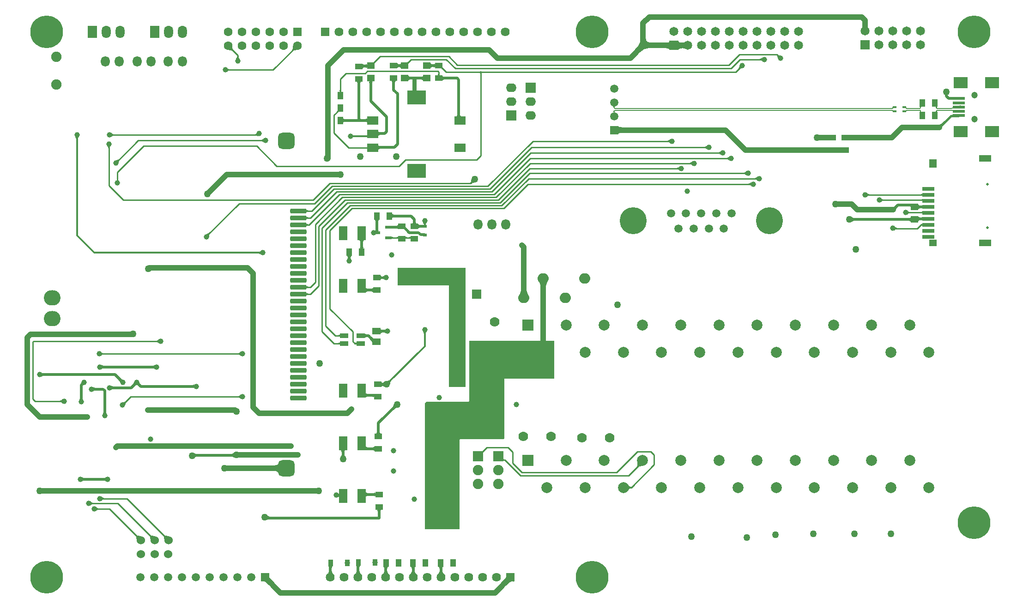
<source format=gtl>
G04*
G04 #@! TF.GenerationSoftware,Altium Limited,Altium Designer,20.1.7 (139)*
G04*
G04 Layer_Physical_Order=1*
G04 Layer_Color=255*
%FSTAX24Y24*%
%MOIN*%
G70*
G04*
G04 #@! TF.SameCoordinates,F0BF9DC0-9546-437B-B132-7D81F4AFA61C*
G04*
G04*
G04 #@! TF.FilePolarity,Positive*
G04*
G01*
G75*
%ADD16C,0.0100*%
%ADD17C,0.0197*%
%ADD20R,0.0315X0.0157*%
%ADD21R,0.0984X0.0787*%
%ADD22R,0.0886X0.0197*%
%ADD23R,0.0550X0.0394*%
%ADD24R,0.0492X0.0236*%
%ADD25R,0.0394X0.0550*%
%ADD26R,0.0600X0.1000*%
%ADD27R,0.1378X0.0984*%
%ADD28R,0.0787X0.0591*%
%ADD29R,0.0866X0.0276*%
%ADD30R,0.0551X0.0472*%
%ADD31R,0.0866X0.0472*%
%ADD32R,0.0551X0.0630*%
%ADD33R,0.0591X0.0354*%
%ADD34R,0.0550X0.0500*%
%ADD35R,0.0354X0.0472*%
%ADD36R,0.0354X0.0472*%
%ADD37R,0.0315X0.0236*%
%ADD38R,0.0591X0.0512*%
%ADD90C,0.0138*%
%ADD91C,0.0394*%
%ADD92C,0.0152*%
%ADD93C,0.0081*%
%ADD94C,0.0650*%
%ADD95R,0.0650X0.0650*%
%ADD96C,0.0640*%
%ADD97R,0.0640X0.0640*%
%ADD98R,0.0650X0.0650*%
%ADD99C,0.0700*%
%ADD100C,0.0197*%
%ADD101C,0.0787*%
%ADD102R,0.0787X0.0787*%
%ADD103C,0.1949*%
%ADD104C,0.0591*%
%ADD105C,0.0630*%
%ADD106R,0.0630X0.0630*%
G04:AMPARAMS|DCode=107|XSize=118.1mil|YSize=118.1mil|CornerRadius=29.5mil|HoleSize=0mil|Usage=FLASHONLY|Rotation=90.000|XOffset=0mil|YOffset=0mil|HoleType=Round|Shape=RoundedRectangle|*
%AMROUNDEDRECTD107*
21,1,0.1181,0.0591,0,0,90.0*
21,1,0.0591,0.1181,0,0,90.0*
1,1,0.0591,0.0295,0.0295*
1,1,0.0591,0.0295,-0.0295*
1,1,0.0591,-0.0295,-0.0295*
1,1,0.0591,-0.0295,0.0295*
%
%ADD107ROUNDEDRECTD107*%
G04:AMPARAMS|DCode=108|XSize=35.4mil|YSize=118.1mil|CornerRadius=8.9mil|HoleSize=0mil|Usage=FLASHONLY|Rotation=90.000|XOffset=0mil|YOffset=0mil|HoleType=Round|Shape=RoundedRectangle|*
%AMROUNDEDRECTD108*
21,1,0.0354,0.1004,0,0,90.0*
21,1,0.0177,0.1181,0,0,90.0*
1,1,0.0177,0.0502,0.0089*
1,1,0.0177,0.0502,-0.0089*
1,1,0.0177,-0.0502,-0.0089*
1,1,0.0177,-0.0502,0.0089*
%
%ADD108ROUNDEDRECTD108*%
%ADD109R,0.0650X0.0900*%
%ADD110O,0.0650X0.0900*%
%ADD111C,0.0598*%
%ADD112R,0.0598X0.0598*%
%ADD113R,0.0750X0.0750*%
%ADD114O,0.0750X0.0630*%
%ADD115C,0.0750*%
%ADD116C,0.2362*%
%ADD117O,0.0650X0.0750*%
%ADD118C,0.0600*%
%ADD119R,0.0591X0.0591*%
%ADD120O,0.0800X0.0750*%
%ADD121O,0.1200X0.1100*%
%ADD122C,0.0394*%
%ADD123C,0.0500*%
%ADD124C,0.0472*%
G36*
X071221Y051814D02*
X071228Y0517D01*
X071231Y051679D01*
X071235Y051662D01*
X07124Y051648D01*
X071245Y051637D01*
X071251Y05163D01*
X070796D01*
X070802Y051637D01*
X070807Y051648D01*
X070812Y051662D01*
X070816Y051679D01*
X070819Y0517D01*
X070824Y051751D01*
X070826Y051814D01*
X070827Y051851D01*
X07122D01*
X071221Y051814D01*
D02*
G37*
G36*
X057572Y050658D02*
X057583Y050636D01*
X057603Y050617D01*
X057631Y050601D01*
X057666Y050587D01*
X057709Y050575D01*
X057761Y050567D01*
X05782Y05056D01*
X057872Y050558D01*
X057942Y050563D01*
X057962Y050566D01*
X05798Y05057D01*
X057994Y050575D01*
X058005Y05058D01*
X058012Y050586D01*
Y050131D01*
X058005Y050137D01*
X057994Y050142D01*
X05798Y050146D01*
X057962Y05015D01*
X057942Y050154D01*
X057891Y050159D01*
X057876Y050159D01*
X057761Y05015D01*
X057709Y050141D01*
X057666Y05013D01*
X057631Y050116D01*
X057603Y050099D01*
X057583Y05008D01*
X057572Y050059D01*
X057568Y050035D01*
Y050682D01*
X057572Y050658D01*
D02*
G37*
G36*
X05692Y050035D02*
X056917Y050059D01*
X056905Y05008D01*
X056885Y050099D01*
X056858Y050116D01*
X056822Y05013D01*
X056779Y050141D01*
X056728Y05015D01*
X056669Y050156D01*
X056527Y050161D01*
Y050555D01*
X056602Y050556D01*
X056728Y050567D01*
X056779Y050575D01*
X056822Y050587D01*
X056858Y050601D01*
X056885Y050617D01*
X056905Y050636D01*
X056917Y050658D01*
X05692Y050682D01*
Y050035D01*
D02*
G37*
G36*
X030047Y050024D02*
X030001Y050023D01*
X029918Y050018D01*
X029882Y050013D01*
X029849Y050006D01*
X029819Y049998D01*
X029792Y049988D01*
X029769Y049977D01*
X029749Y049964D01*
X029732Y04995D01*
X029661Y05002D01*
X029676Y050037D01*
X029689Y050057D01*
X0297Y050081D01*
X02971Y050107D01*
X029718Y050137D01*
X029724Y05017D01*
X029729Y050207D01*
X029735Y050289D01*
X029735Y050335D01*
X030047Y050024D01*
D02*
G37*
G36*
X025365Y050289D02*
X025371Y050207D01*
X025376Y05017D01*
X025382Y050137D01*
X02539Y050107D01*
X0254Y050081D01*
X025411Y050057D01*
X025424Y050037D01*
X025439Y05002D01*
X025368Y04995D01*
X025351Y049964D01*
X025331Y049977D01*
X025308Y049988D01*
X025281Y049998D01*
X025251Y050006D01*
X025218Y050013D01*
X025182Y050018D01*
X025099Y050023D01*
X025053Y050024D01*
X025365Y050335D01*
X025365Y050289D01*
D02*
G37*
G36*
X055209Y050874D02*
X055221Y050807D01*
X055241Y050748D01*
X055268Y050697D01*
X055304Y050654D01*
X055347Y050618D01*
X055398Y050591D01*
X055457Y050571D01*
X055524Y050559D01*
X055599Y050555D01*
X055484Y050161D01*
X055406Y050159D01*
X055331Y05015D01*
X055258Y050136D01*
X055187Y050117D01*
X055119Y050092D01*
X055053Y050061D01*
X054989Y050025D01*
X054927Y049983D01*
X054868Y049936D01*
X054811Y049883D01*
X054533Y050161D01*
X054586Y050218D01*
X054633Y050277D01*
X054675Y050339D01*
X054711Y050403D01*
X054742Y050469D01*
X054767Y050537D01*
X054786Y050608D01*
X0548Y050681D01*
X054809Y050756D01*
X054811Y050834D01*
X055205Y050949D01*
X055209Y050874D01*
D02*
G37*
G36*
X06475Y049672D02*
X064763Y049662D01*
X064778Y049654D01*
X064794Y049646D01*
X064812Y04964D01*
X06483Y049635D01*
X06485Y049631D01*
X064872Y049628D01*
X064894Y049627D01*
X064918Y049627D01*
X064723Y049432D01*
X064723Y049456D01*
X064722Y049478D01*
X064719Y0495D01*
X064715Y04952D01*
X06471Y049538D01*
X064704Y049556D01*
X064696Y049572D01*
X064688Y049587D01*
X064678Y0496D01*
X064667Y049613D01*
X064737Y049683D01*
X06475Y049672D01*
D02*
G37*
G36*
X025801Y049539D02*
X025804Y049522D01*
X025808Y049506D01*
X025814Y049489D01*
X025822Y049472D01*
X025832Y049456D01*
X025843Y049439D01*
X025856Y049422D01*
X025871Y049405D01*
X025888Y049387D01*
X025612D01*
X025629Y049405D01*
X025644Y049422D01*
X025657Y049439D01*
X025668Y049456D01*
X025678Y049472D01*
X025686Y049489D01*
X025692Y049506D01*
X025696Y049522D01*
X025699Y049539D01*
X0257Y049555D01*
X0258D01*
X025801Y049539D01*
D02*
G37*
G36*
X063604Y049215D02*
X063587Y049232D01*
X06357Y049247D01*
X063553Y04926D01*
X063536Y049272D01*
X063519Y049281D01*
X063503Y049289D01*
X063486Y049295D01*
X063469Y0493D01*
X063453Y049302D01*
X063437Y049303D01*
Y049403D01*
X063453Y049404D01*
X063469Y049407D01*
X063486Y049411D01*
X063503Y049417D01*
X063519Y049425D01*
X063536Y049435D01*
X063553Y049446D01*
X06357Y049459D01*
X063587Y049474D01*
X063604Y049491D01*
Y049215D01*
D02*
G37*
G36*
X038145Y049149D02*
X038125Y049128D01*
X038094Y049092D01*
X038082Y049075D01*
X038074Y04906D01*
X038068Y049047D01*
X038065Y049035D01*
Y049024D01*
X038068Y049015D01*
X038074Y049007D01*
X037932Y049149D01*
X03794Y049143D01*
X037949Y04914D01*
X03796D01*
X037972Y049143D01*
X037985Y049149D01*
X038Y049157D01*
X038017Y049169D01*
X038034Y049183D01*
X038074Y04922D01*
X038145Y049149D01*
D02*
G37*
G36*
X035695D02*
X035675Y049128D01*
X035644Y049092D01*
X035632Y049075D01*
X035624Y04906D01*
X035618Y049047D01*
X035615Y049035D01*
Y049024D01*
X035618Y049015D01*
X035624Y049007D01*
X035482Y049149D01*
X03549Y049143D01*
X035499Y04914D01*
X03551D01*
X035522Y049143D01*
X035535Y049149D01*
X03555Y049157D01*
X035567Y049169D01*
X035584Y049183D01*
X035624Y04922D01*
X035695Y049149D01*
D02*
G37*
G36*
X037527Y048703D02*
X037525Y048722D01*
X037519Y048739D01*
X03751Y048753D01*
X037496Y048766D01*
X037478Y048777D01*
X037456Y048786D01*
X03743Y048793D01*
X037401Y048798D01*
X0374Y048798D01*
X0374Y048798D01*
X03737Y048793D01*
X037345Y048786D01*
X037323Y048777D01*
X037305Y048767D01*
X037292Y048754D01*
X037282Y048739D01*
X037276Y048723D01*
X037274Y048704D01*
Y049096D01*
X037276Y049077D01*
X037282Y049061D01*
X037292Y049046D01*
X037305Y049033D01*
X037323Y049023D01*
X037345Y049014D01*
X03737Y049007D01*
X0374Y049002D01*
X0374Y049002D01*
X037401Y049002D01*
X03743Y049007D01*
X037456Y049014D01*
X037478Y049023D01*
X037496Y049034D01*
X03751Y049047D01*
X037519Y049061D01*
X037525Y049078D01*
X037527Y049097D01*
Y048703D01*
D02*
G37*
G36*
X035077Y048678D02*
X035075Y048697D01*
X035069Y048714D01*
X03506Y048728D01*
X035046Y048741D01*
X035028Y048752D01*
X035006Y048761D01*
X03498Y048768D01*
X034951Y048773D01*
X034925Y048775D01*
X034899Y048773D01*
X03487Y048768D01*
X034844Y048761D01*
X034822Y048752D01*
X034804Y048741D01*
X034791Y048728D01*
X034781Y048714D01*
X034775Y048697D01*
X034773Y048678D01*
X034774Y049046D01*
X034776Y049032D01*
X034782Y04902D01*
X034792Y049009D01*
X034805Y048999D01*
X034823Y048991D01*
X034845Y048985D01*
X03487Y04898D01*
X0349Y048976D01*
X034922Y048975D01*
X034951Y048977D01*
X03498Y048982D01*
X035006Y048989D01*
X035028Y048998D01*
X035046Y049009D01*
X03506Y049022D01*
X035069Y049036D01*
X035075Y049053D01*
X035077Y049072D01*
Y048678D01*
D02*
G37*
G36*
X039676Y049078D02*
X039682Y049061D01*
X039692Y049047D01*
X039705Y049034D01*
X039723Y049023D01*
X039745Y049014D01*
X03977Y049007D01*
X0398Y049002D01*
X039825Y049D01*
X03985Y049002D01*
X03988Y049007D01*
X039905Y049014D01*
X039927Y049023D01*
X039945Y049033D01*
X039958Y049046D01*
X039968Y049061D01*
X039974Y049077D01*
X039976Y049096D01*
Y048704D01*
X039974Y048723D01*
X039968Y048739D01*
X039958Y048754D01*
X039945Y048767D01*
X039927Y048777D01*
X039905Y048786D01*
X03988Y048793D01*
X03985Y048798D01*
X039825Y0488D01*
X0398Y048798D01*
X03977Y048793D01*
X039745Y048786D01*
X039723Y048777D01*
X039705Y048766D01*
X039692Y048753D01*
X039682Y048739D01*
X039676Y048722D01*
X039674Y048703D01*
Y049097D01*
X039676Y049078D01*
D02*
G37*
G36*
X062148Y048703D02*
X062124Y048703D01*
X062101Y048701D01*
X06208Y048699D01*
X06206Y048695D01*
X062041Y04869D01*
X062024Y048683D01*
X062008Y048676D01*
X061993Y048667D01*
X061979Y048657D01*
X061967Y048646D01*
X061897Y048717D01*
X061907Y048729D01*
X061917Y048743D01*
X061926Y048758D01*
X061933Y048774D01*
X06194Y048791D01*
X061945Y04881D01*
X061949Y04883D01*
X061951Y048851D01*
X061953Y048874D01*
X061953Y048898D01*
X062148Y048703D01*
D02*
G37*
G36*
X040518Y048838D02*
X040515Y048829D01*
Y048818D01*
X040518Y048806D01*
X040524Y048793D01*
X040532Y048778D01*
X040544Y048762D01*
X040558Y048744D01*
X040595Y048704D01*
X040524Y048634D01*
X040503Y048653D01*
X040467Y048685D01*
X04045Y048696D01*
X040435Y048704D01*
X040422Y04871D01*
X04041Y048713D01*
X040399D01*
X04039Y04871D01*
X040382Y048704D01*
X040524Y048846D01*
X040518Y048838D01*
D02*
G37*
G36*
X025008Y048721D02*
X025025Y048706D01*
X025042Y048693D01*
X025059Y048682D01*
X025076Y048672D01*
X025092Y048664D01*
X025109Y048658D01*
X025126Y048654D01*
X025142Y048651D01*
X025159Y04865D01*
Y04855D01*
X025142Y048549D01*
X025126Y048546D01*
X025109Y048542D01*
X025092Y048536D01*
X025076Y048528D01*
X025059Y048518D01*
X025042Y048507D01*
X025025Y048494D01*
X025008Y048479D01*
X024991Y048462D01*
Y048738D01*
X025008Y048721D01*
D02*
G37*
G36*
X04345Y0484D02*
X043431Y048399D01*
X043414Y048396D01*
X043399Y048391D01*
X043386Y048384D01*
X043375Y048375D01*
X043366Y048364D01*
X043359Y048351D01*
X043354Y048336D01*
X043351Y048319D01*
X04335Y0483D01*
X04325D01*
X043249Y048319D01*
X043246Y048336D01*
X043241Y048351D01*
X043234Y048364D01*
X043225Y048375D01*
X043214Y048384D01*
X043201Y048391D01*
X043186Y048396D01*
X043169Y048399D01*
X04315Y0484D01*
X0433Y0485D01*
X04345Y0484D01*
D02*
G37*
G36*
X0403Y048276D02*
X040302Y048259D01*
X040304Y048244D01*
X040308Y048231D01*
X040312Y04822D01*
X040318Y048211D01*
X040325Y048204D01*
X040332Y048198D01*
X04034Y048195D01*
X04035Y048194D01*
X040303D01*
X04031Y048097D01*
X040313Y048084D01*
X040316Y048075D01*
X04032Y04807D01*
X04018D01*
X040184Y048075D01*
X040187Y048084D01*
X04019Y048097D01*
X040193Y048113D01*
X040197Y048155D01*
X040198Y048194D01*
X04015D01*
X04016Y048195D01*
X040168Y048198D01*
X040175Y048204D01*
X040182Y048211D01*
X040188Y04822D01*
X040192Y048231D01*
X040195Y048244D01*
X040198Y048259D01*
X040199Y048276D01*
X0402Y048296D01*
X0403D01*
X0403Y048276D01*
D02*
G37*
G36*
X040526Y048177D02*
X040532Y048161D01*
X040542Y048146D01*
X040555Y048133D01*
X040573Y048123D01*
X040595Y048114D01*
X04062Y048107D01*
X04065Y048102D01*
X040683Y048099D01*
X040721Y048098D01*
Y047902D01*
X040683Y047901D01*
X04065Y047898D01*
X04062Y047893D01*
X040595Y047886D01*
X040573Y047877D01*
X040555Y047867D01*
X040542Y047854D01*
X040532Y047839D01*
X040526Y047823D01*
X040524Y047804D01*
Y048196D01*
X040526Y048177D01*
D02*
G37*
G36*
X039127Y047803D02*
X039125Y047822D01*
X039119Y047839D01*
X03911Y047853D01*
X039096Y047866D01*
X039078Y047877D01*
X039056Y047886D01*
X03903Y047893D01*
X039001Y047898D01*
X038967Y047901D01*
X038929Y047902D01*
Y048098D01*
X038967Y048099D01*
X039001Y048102D01*
X03903Y048107D01*
X039056Y048114D01*
X039078Y048123D01*
X039096Y048134D01*
X03911Y048147D01*
X039119Y048161D01*
X039125Y048178D01*
X039127Y048197D01*
Y047803D01*
D02*
G37*
G36*
X038076Y048178D02*
X038082Y048161D01*
X038092Y048147D01*
X038105Y048134D01*
X038123Y048123D01*
X038145Y048114D01*
X03817Y048107D01*
X0382Y048102D01*
X038233Y048099D01*
X038271Y048098D01*
Y047902D01*
X038233Y047901D01*
X0382Y047898D01*
X03817Y047893D01*
X038145Y047886D01*
X038123Y047877D01*
X038105Y047866D01*
X038092Y047853D01*
X038082Y047839D01*
X038076Y047822D01*
X038074Y047803D01*
Y048197D01*
X038076Y048178D01*
D02*
G37*
G36*
X037178Y047804D02*
X037161Y047798D01*
X037147Y047788D01*
X037134Y047774D01*
X037123Y047756D01*
X037114Y047734D01*
X037107Y047708D01*
X037102Y047679D01*
X037099Y047645D01*
X037098Y047607D01*
X036902D01*
X036901Y047645D01*
X036898Y047679D01*
X036893Y047708D01*
X036886Y047734D01*
X036877Y047756D01*
X036866Y047774D01*
X036853Y047788D01*
X036839Y047798D01*
X036822Y047804D01*
X036803Y047806D01*
X037197D01*
X037178Y047804D01*
D02*
G37*
G36*
X034678Y047754D02*
X034661Y047748D01*
X034647Y047738D01*
X034634Y047724D01*
X034623Y047706D01*
X034614Y047684D01*
X034607Y047659D01*
X034602Y047629D01*
X034599Y047595D01*
X034598Y047558D01*
X034402D01*
X034401Y047595D01*
X034398Y047629D01*
X034393Y047659D01*
X034386Y047684D01*
X034377Y047706D01*
X034366Y047724D01*
X034353Y047738D01*
X034339Y047748D01*
X034322Y047754D01*
X034303Y047756D01*
X034697D01*
X034678Y047754D01*
D02*
G37*
G36*
X035528Y04775D02*
X035511Y047744D01*
X035497Y047735D01*
X035484Y047721D01*
X035473Y047703D01*
X035464Y047681D01*
X035457Y047655D01*
X035452Y047626D01*
X035449Y047592D01*
X035448Y047554D01*
X035252D01*
X035251Y047592D01*
X035248Y047626D01*
X035243Y047655D01*
X035236Y047681D01*
X035227Y047703D01*
X035216Y047721D01*
X035203Y047735D01*
X035189Y047744D01*
X035172Y04775D01*
X035153Y047752D01*
X035547D01*
X035528Y04775D01*
D02*
G37*
G36*
X033201Y047105D02*
X033202Y047088D01*
X033205Y047073D01*
X033208Y04706D01*
X033213Y047049D01*
X033218Y04704D01*
X033225Y047033D01*
X033232Y047028D01*
X033241Y047025D01*
X03325Y047024D01*
X03305D01*
X03306Y047025D01*
X033068Y047028D01*
X033076Y047033D01*
X033082Y04704D01*
X033088Y047049D01*
X033092Y04706D01*
X033096Y047073D01*
X033098Y047088D01*
X0331Y047105D01*
X0331Y047124D01*
X0332D01*
X033201Y047105D01*
D02*
G37*
G36*
X07623Y045927D02*
X076226Y045925D01*
X076223Y045922D01*
X07622Y045917D01*
X076218Y045911D01*
X076216Y045904D01*
X076214Y045896D01*
X076213Y045886D01*
X076212Y045876D01*
X076212Y045863D01*
X076131D01*
X07613Y045876D01*
X076129Y045896D01*
X076127Y045904D01*
X076125Y045911D01*
X076123Y045917D01*
X07612Y045922D01*
X076116Y045925D01*
X076113Y045927D01*
X076109Y045927D01*
X076234D01*
X07623Y045927D01*
D02*
G37*
G36*
X075087D02*
X075084Y045925D01*
X07508Y045922D01*
X075077Y045917D01*
X075075Y045911D01*
X075073Y045904D01*
X075071Y045896D01*
X07507Y045886D01*
X07507Y045876D01*
X075069Y045863D01*
X074988D01*
X074988Y045876D01*
X074986Y045896D01*
X074984Y045904D01*
X074982Y045911D01*
X07498Y045917D01*
X074977Y045922D01*
X074974Y045925D01*
X07497Y045927D01*
X074966Y045927D01*
X075092D01*
X075087Y045927D01*
D02*
G37*
G36*
X053004Y045964D02*
X052993Y045957D01*
X052984Y04595D01*
X052976Y045941D01*
X052969Y045931D01*
X052964Y04592D01*
X05296Y045908D01*
X052957Y045894D01*
X052955Y045879D01*
X052954Y045863D01*
X052873D01*
X052872Y045879D01*
X05287Y045894D01*
X052867Y045908D01*
X052863Y04592D01*
X052857Y045931D01*
X052851Y045941D01*
X052843Y04595D01*
X052833Y045957D01*
X052823Y045964D01*
X052811Y045969D01*
X053015D01*
X053004Y045964D01*
D02*
G37*
G36*
X033096Y045577D02*
X033088Y045583D01*
X033079Y045586D01*
X033068Y045586D01*
X033056Y045583D01*
X033043Y045577D01*
X033028Y045568D01*
X033012Y045557D01*
X032994Y045542D01*
X032954Y045505D01*
X032884Y045576D01*
X032904Y045597D01*
X032935Y045634D01*
X032946Y04565D01*
X032955Y045665D01*
X032961Y045678D01*
X032964Y04569D01*
X032964Y045701D01*
X032961Y04571D01*
X032956Y045718D01*
X033096Y045577D01*
D02*
G37*
G36*
X076212Y045625D02*
X076214Y045605D01*
X076216Y045596D01*
X076218Y045589D01*
X07622Y045584D01*
X076223Y045579D01*
X076226Y045576D01*
X07623Y045574D01*
X076234Y045574D01*
X076109D01*
X076113Y045574D01*
X076116Y045576D01*
X07612Y045579D01*
X076123Y045584D01*
X076125Y045589D01*
X076127Y045596D01*
X076129Y045605D01*
X07613Y045614D01*
X07613Y045625D01*
X076131Y045637D01*
X076212D01*
X076212Y045625D01*
D02*
G37*
G36*
X07507D02*
X075071Y045605D01*
X075073Y045596D01*
X075075Y045589D01*
X075077Y045584D01*
X07508Y045579D01*
X075084Y045576D01*
X075087Y045574D01*
X075092Y045574D01*
X074966D01*
X07497Y045574D01*
X074974Y045576D01*
X074977Y045579D01*
X07498Y045584D01*
X074982Y045589D01*
X074984Y045596D01*
X074986Y045605D01*
X074987Y045614D01*
X074988Y045625D01*
X074988Y045637D01*
X075069D01*
X07507Y045625D01*
D02*
G37*
G36*
X052955Y045621D02*
X052957Y045606D01*
X05296Y045592D01*
X052964Y04558D01*
X052969Y045569D01*
X052976Y045559D01*
X052984Y04555D01*
X052993Y045543D01*
X053004Y045536D01*
X053015Y045531D01*
X052811D01*
X052823Y045536D01*
X052833Y045543D01*
X052843Y04555D01*
X052851Y045559D01*
X052857Y045569D01*
X052863Y04558D01*
X052867Y045592D01*
X05287Y045606D01*
X052872Y045621D01*
X052873Y045637D01*
X052954D01*
X052955Y045621D01*
D02*
G37*
G36*
X041799Y0454D02*
X041802Y045366D01*
X041807Y045337D01*
X041814Y045311D01*
X041823Y045289D01*
X041834Y045271D01*
X041847Y045258D01*
X041861Y045248D01*
X041878Y045242D01*
X041897Y04524D01*
X041503D01*
X041522Y045242D01*
X041539Y045248D01*
X041553Y045258D01*
X041566Y045271D01*
X041577Y045289D01*
X041586Y045311D01*
X041593Y045337D01*
X041598Y045366D01*
X041601Y0454D01*
X041602Y045438D01*
X041798D01*
X041799Y0454D01*
D02*
G37*
G36*
X077363Y045193D02*
X077362Y045193D01*
X077357Y045192D01*
X077217Y045192D01*
Y045343D01*
X077245Y045344D01*
X077292Y045347D01*
X077311Y04535D01*
X077327Y045354D01*
X07734Y045359D01*
X07735Y045365D01*
X077357Y045371D01*
X077362Y045379D01*
X077363Y045387D01*
Y045193D01*
D02*
G37*
G36*
X035108Y044753D02*
X035106Y044772D01*
X0351Y044789D01*
X03509Y044803D01*
X035076Y044816D01*
X035059Y044827D01*
X035037Y044836D01*
X035011Y044843D01*
X034982Y044848D01*
X034948Y044851D01*
X034911Y044852D01*
Y045048D01*
X034948Y045049D01*
X034982Y045052D01*
X035011Y045057D01*
X035037Y045064D01*
X035059Y045073D01*
X035076Y045084D01*
X03509Y045097D01*
X0351Y045111D01*
X035106Y045128D01*
X035108Y045147D01*
Y044753D01*
D02*
G37*
G36*
X033346Y045128D02*
X033352Y045111D01*
X033362Y045097D01*
X033376Y045084D01*
X033394Y045073D01*
X033416Y045064D01*
X033442Y045057D01*
X033471Y045052D01*
X033505Y045049D01*
X033543Y045048D01*
Y044852D01*
X033505Y044851D01*
X033471Y044848D01*
X033442Y044843D01*
X033416Y044836D01*
X033394Y044827D01*
X033376Y044816D01*
X033362Y044803D01*
X033352Y044789D01*
X033346Y044772D01*
X033344Y044753D01*
Y045147D01*
X033346Y045128D01*
D02*
G37*
G36*
X07686Y044803D02*
X07681Y044752D01*
X076663Y044583D01*
X076639Y044549D01*
X076621Y044519D01*
X076607Y044493D01*
X076599Y04447D01*
X076597Y04445D01*
X0764Y044647D01*
X07642Y04465D01*
X076443Y044657D01*
X076469Y044671D01*
X076499Y044689D01*
X076533Y044713D01*
X076611Y044776D01*
X076702Y04486D01*
X076753Y04491D01*
X07686Y044803D01*
D02*
G37*
G36*
X053215Y044529D02*
X053227Y044512D01*
X053247Y044496D01*
X053274Y044483D01*
X05331Y044472D01*
X053353Y044463D01*
X053404Y044456D01*
X05353Y044448D01*
X053605Y044447D01*
Y044053D01*
X05353Y044052D01*
X053353Y044037D01*
X05331Y044028D01*
X053274Y044017D01*
X053247Y044004D01*
X053227Y043988D01*
X053215Y043971D01*
X053211Y043952D01*
Y044548D01*
X053215Y044529D01*
D02*
G37*
G36*
X027243Y043813D02*
X02722Y04382D01*
X02712Y043844D01*
X027103Y043847D01*
X027072Y04385D01*
X027058Y04385D01*
X026995Y04395D01*
X027013Y043951D01*
X027029Y043954D01*
X027044Y043959D01*
X027058Y043966D01*
X027071Y043974D01*
X027082Y043985D01*
X027091Y043998D01*
X0271Y044012D01*
X027107Y044029D01*
X027112Y044047D01*
X027243Y043813D01*
D02*
G37*
G36*
X035894Y044178D02*
X0359Y044161D01*
X03591Y044147D01*
X035923Y044134D01*
X035941Y044123D01*
X035963Y044114D01*
X035989Y044107D01*
X036018Y044102D01*
X036052Y044099D01*
X03609Y044098D01*
Y043902D01*
X036052Y043901D01*
X036018Y043898D01*
X035989Y043893D01*
X035963Y043886D01*
X035941Y043877D01*
X035923Y043866D01*
X03591Y043853D01*
X0359Y043839D01*
X035894Y043822D01*
X035892Y043803D01*
Y044197D01*
X035894Y044178D01*
D02*
G37*
G36*
X016658Y044021D02*
X016675Y044006D01*
X016692Y043993D01*
X016709Y043982D01*
X016726Y043972D01*
X016742Y043964D01*
X016759Y043958D01*
X016776Y043954D01*
X016792Y043951D01*
X016809Y04395D01*
Y04385D01*
X016792Y043849D01*
X016776Y043847D01*
X016759Y043842D01*
X016742Y043836D01*
X016726Y043828D01*
X016709Y043818D01*
X016692Y043807D01*
X016675Y043794D01*
X016658Y043779D01*
X016641Y043762D01*
Y044038D01*
X016658Y044021D01*
D02*
G37*
G36*
X014275Y043746D02*
X014263Y043731D01*
X014253Y043716D01*
X014244Y043701D01*
X014236Y043685D01*
X01423Y043669D01*
X014225Y043652D01*
X014222Y043634D01*
X01422Y043616D01*
X014219Y043597D01*
X014081D01*
X01408Y043616D01*
X014078Y043634D01*
X014075Y043652D01*
X01407Y043669D01*
X014064Y043685D01*
X014056Y043701D01*
X014047Y043716D01*
X014037Y043731D01*
X014025Y043746D01*
X014012Y043759D01*
X014288D01*
X014275Y043746D01*
D02*
G37*
G36*
X027609Y043362D02*
X027592Y043379D01*
X027575Y043394D01*
X027558Y043407D01*
X027541Y043418D01*
X027524Y043428D01*
X027508Y043436D01*
X027491Y043442D01*
X027474Y043446D01*
X027458Y043449D01*
X027441Y04345D01*
Y04355D01*
X027458Y043551D01*
X027474Y043554D01*
X027491Y043558D01*
X027508Y043564D01*
X027524Y043572D01*
X027541Y043582D01*
X027558Y043593D01*
X027575Y043606D01*
X027592Y043621D01*
X027609Y043638D01*
Y043362D01*
D02*
G37*
G36*
X056959Y043312D02*
X056942Y043329D01*
X056925Y043344D01*
X056908Y043357D01*
X056891Y043368D01*
X056874Y043378D01*
X056858Y043386D01*
X056841Y043392D01*
X056824Y043396D01*
X056808Y043399D01*
X056792Y0434D01*
Y0435D01*
X056808Y043501D01*
X056824Y043504D01*
X056841Y043508D01*
X056858Y043514D01*
X056874Y043522D01*
X056891Y043532D01*
X056908Y043543D01*
X056925Y043556D01*
X056942Y043571D01*
X056959Y043588D01*
Y043312D01*
D02*
G37*
G36*
X016571Y043092D02*
X016556Y043075D01*
X016543Y043058D01*
X016532Y043041D01*
X016522Y043024D01*
X016514Y043008D01*
X016508Y042991D01*
X016504Y042974D01*
X016501Y042958D01*
X0165Y042941D01*
X0164D01*
X016399Y042958D01*
X016396Y042974D01*
X016392Y042991D01*
X016386Y043008D01*
X016378Y043024D01*
X016368Y043041D01*
X016357Y043058D01*
X016344Y043075D01*
X016329Y043092D01*
X016312Y043109D01*
X016588D01*
X016571Y043092D01*
D02*
G37*
G36*
X059609Y042862D02*
X059592Y042879D01*
X059575Y042894D01*
X059558Y042907D01*
X059541Y042918D01*
X059524Y042928D01*
X059508Y042936D01*
X059491Y042942D01*
X059474Y042946D01*
X059458Y042949D01*
X059441Y04295D01*
Y04305D01*
X059458Y043051D01*
X059474Y043054D01*
X059491Y043058D01*
X059508Y043064D01*
X059524Y043072D01*
X059541Y043082D01*
X059558Y043093D01*
X059575Y043106D01*
X059592Y043121D01*
X059609Y043138D01*
Y042862D01*
D02*
G37*
G36*
X035894Y043178D02*
X0359Y043161D01*
X03591Y043147D01*
X035923Y043134D01*
X035941Y043123D01*
X035963Y043114D01*
X035989Y043107D01*
X036018Y043102D01*
X036052Y043099D01*
X03609Y043098D01*
Y042902D01*
X036052Y042901D01*
X036018Y042898D01*
X035989Y042893D01*
X035963Y042886D01*
X035941Y042877D01*
X035923Y042866D01*
X03591Y042853D01*
X0359Y042839D01*
X035894Y042822D01*
X035892Y042803D01*
Y043197D01*
X035894Y043178D01*
D02*
G37*
G36*
X060609Y042462D02*
X060592Y042479D01*
X060575Y042494D01*
X060558Y042507D01*
X060541Y042518D01*
X060524Y042528D01*
X060508Y042536D01*
X060491Y042542D01*
X060474Y042546D01*
X060458Y042549D01*
X060441Y04255D01*
Y04265D01*
X060458Y042651D01*
X060474Y042654D01*
X060491Y042658D01*
X060508Y042664D01*
X060524Y042672D01*
X060541Y042682D01*
X060558Y042693D01*
X060575Y042706D01*
X060592Y042721D01*
X060609Y042738D01*
Y042462D01*
D02*
G37*
G36*
X061209Y042062D02*
X061192Y042079D01*
X061175Y042094D01*
X061158Y042107D01*
X061141Y042118D01*
X061124Y042128D01*
X061108Y042136D01*
X061091Y042142D01*
X061074Y042146D01*
X061058Y042149D01*
X061041Y04215D01*
Y04225D01*
X061058Y042251D01*
X061074Y042254D01*
X061091Y042258D01*
X061108Y042264D01*
X061124Y042272D01*
X061141Y042282D01*
X061158Y042293D01*
X061175Y042306D01*
X061192Y042321D01*
X061209Y042338D01*
Y042062D01*
D02*
G37*
G36*
X017217Y042069D02*
X017206Y042057D01*
X017196Y042044D01*
X017187Y042029D01*
X01718Y042013D01*
X017174Y041995D01*
X017169Y041977D01*
X017165Y041956D01*
X017162Y041935D01*
X017161Y041913D01*
X01716Y041889D01*
X016965Y042083D01*
X016989Y042084D01*
X017012Y042085D01*
X017033Y042088D01*
X017053Y042092D01*
X017072Y042097D01*
X017089Y042103D01*
X017106Y042111D01*
X01712Y042119D01*
X017134Y042129D01*
X017146Y04214D01*
X017217Y042069D01*
D02*
G37*
G36*
X058559Y041712D02*
X058542Y041729D01*
X058525Y041744D01*
X058508Y041757D01*
X058491Y041768D01*
X058474Y041778D01*
X058458Y041786D01*
X058441Y041792D01*
X058424Y041796D01*
X058408Y041799D01*
X058391Y0418D01*
Y0419D01*
X058408Y041901D01*
X058424Y041904D01*
X058441Y041908D01*
X058458Y041914D01*
X058474Y041922D01*
X058491Y041932D01*
X058508Y041943D01*
X058525Y041956D01*
X058542Y041971D01*
X058559Y041988D01*
Y041712D01*
D02*
G37*
G36*
X057629Y041343D02*
X057612Y04136D01*
X057594Y041375D01*
X057577Y041388D01*
X057561Y041399D01*
X057544Y041409D01*
X057527Y041417D01*
X05751Y041423D01*
X057494Y041427D01*
X057477Y04143D01*
X057461Y041431D01*
Y041531D01*
X057477Y041532D01*
X057494Y041534D01*
X05751Y041539D01*
X057527Y041545D01*
X057544Y041553D01*
X057561Y041562D01*
X057577Y041574D01*
X057594Y041587D01*
X057612Y041602D01*
X057629Y041619D01*
Y041343D01*
D02*
G37*
G36*
X06245Y040997D02*
X062433Y041014D01*
X062398Y041041D01*
X062381Y041053D01*
X062364Y041062D01*
X062347Y04107D01*
X06233Y041076D01*
X062313Y04108D01*
X062297Y041083D01*
X062281Y041084D01*
X062278Y041184D01*
X062295Y041185D01*
X062311Y041187D01*
X062328Y041192D01*
X062345Y041198D01*
X062361Y041206D01*
X062378Y041216D01*
X062394Y041227D01*
X062411Y041241D01*
X062428Y041256D01*
X062445Y041273D01*
X06245Y040997D01*
D02*
G37*
G36*
X063259Y040612D02*
X063242Y040629D01*
X063225Y040644D01*
X063208Y040657D01*
X063191Y040668D01*
X063174Y040678D01*
X063158Y040686D01*
X063141Y040692D01*
X063124Y040696D01*
X063108Y040699D01*
X063092Y0407D01*
Y0408D01*
X063108Y040801D01*
X063124Y040804D01*
X063141Y040808D01*
X063158Y040814D01*
X063174Y040822D01*
X063191Y040832D01*
X063208Y040843D01*
X063225Y040856D01*
X063242Y040871D01*
X063259Y040888D01*
Y040612D01*
D02*
G37*
G36*
X042847Y04045D02*
X042814Y04045D01*
X042752Y040445D01*
X042725Y040441D01*
X0427Y040435D01*
X042677Y040428D01*
X042656Y040419D01*
X042637Y040409D01*
X04262Y040398D01*
X042606Y040385D01*
X042535Y040456D01*
X042548Y04047D01*
X042559Y040487D01*
X042569Y040506D01*
X042578Y040527D01*
X042585Y04055D01*
X042591Y040575D01*
X042595Y040602D01*
X042598Y040632D01*
X0426Y040697D01*
X042847Y04045D01*
D02*
G37*
G36*
X062809Y040212D02*
X062792Y040229D01*
X062775Y040244D01*
X062758Y040257D01*
X062741Y040268D01*
X062724Y040278D01*
X062708Y040286D01*
X062691Y040292D01*
X062674Y040296D01*
X062658Y040299D01*
X062642Y0403D01*
Y0404D01*
X062658Y040401D01*
X062674Y040404D01*
X062691Y040408D01*
X062708Y040414D01*
X062724Y040422D01*
X062741Y040432D01*
X062758Y040443D01*
X062775Y040456D01*
X062792Y040471D01*
X062809Y040488D01*
Y040212D01*
D02*
G37*
G36*
X075175Y039482D02*
X075174Y039491D01*
X075171Y0395D01*
X075166Y039507D01*
X075159Y039514D01*
X07515Y039519D01*
X075138Y039524D01*
X075125Y039527D01*
X07511Y03953D01*
X075093Y039531D01*
X075074Y039532D01*
Y039632D01*
X075093Y039632D01*
X07511Y039634D01*
X075125Y039636D01*
X075138Y03964D01*
X07515Y039644D01*
X075159Y03965D01*
X075166Y039656D01*
X075171Y039664D01*
X075174Y039672D01*
X075175Y039682D01*
Y039482D01*
D02*
G37*
G36*
X07119Y039703D02*
X071207Y039688D01*
X071224Y039675D01*
X071241Y039664D01*
X071257Y039654D01*
X071274Y039646D01*
X071291Y03964D01*
X071307Y039635D01*
X071324Y039633D01*
X07134Y039632D01*
Y039532D01*
X071324Y039531D01*
X071307Y039528D01*
X071291Y039524D01*
X071274Y039518D01*
X071257Y03951D01*
X071241Y0395D01*
X071224Y039489D01*
X071207Y039476D01*
X07119Y039461D01*
X071172Y039444D01*
Y03972D01*
X07119Y039703D01*
D02*
G37*
G36*
X075175Y0391D02*
X075174Y039109D01*
X075171Y039118D01*
X075166Y039125D01*
X075158Y039132D01*
X075149Y039137D01*
X075138Y039142D01*
X075125Y039146D01*
X07511Y039148D01*
X075093Y039149D01*
X075074Y03915D01*
Y03925D01*
X075093Y03925D01*
X075125Y039253D01*
X075138Y039256D01*
X075149Y039259D01*
X075158Y039263D01*
X075165Y039267D01*
X07517Y039273D01*
X075173Y039279D01*
X075174Y039285D01*
X075175Y0391D01*
D02*
G37*
G36*
X072208Y039321D02*
X072225Y039306D01*
X072243Y039293D01*
X07226Y039281D01*
X072276Y039272D01*
X072293Y039264D01*
X07231Y039258D01*
X072326Y039253D01*
X072343Y039251D01*
X072359Y03925D01*
X07236Y03915D01*
X072344Y039149D01*
X072327Y039146D01*
X07231Y039142D01*
X072294Y039136D01*
X072277Y039128D01*
X07226Y039118D01*
X072243Y039107D01*
X072227Y039094D01*
X07221Y039079D01*
X072193Y039062D01*
X072191Y039337D01*
X072208Y039321D01*
D02*
G37*
G36*
X074327Y038653D02*
X074325Y038672D01*
X074319Y038689D01*
X074309Y038703D01*
X074296Y038716D01*
X074278Y038727D01*
X074256Y038736D01*
X07423Y038743D01*
X074201Y038748D01*
X074167Y038751D01*
X074129Y038752D01*
Y038948D01*
X074326Y038949D01*
X074327Y038653D01*
D02*
G37*
G36*
X074876Y038878D02*
X074882Y038861D01*
X074892Y038847D01*
X074905Y038834D01*
X074923Y038823D01*
X074945Y038814D01*
X07497Y038807D01*
X075Y038802D01*
X075028Y0388D01*
X075077Y038803D01*
X075103Y038807D01*
X075124Y038812D01*
X075142Y038818D01*
X075156Y038825D01*
X075166Y038833D01*
X075172Y038842D01*
X075174Y038852D01*
Y038579D01*
X075172Y038583D01*
X075166Y038587D01*
X075156Y038591D01*
X075142Y038593D01*
X075124Y038596D01*
X075077Y0386D01*
X075032Y0386D01*
X075Y038598D01*
X07497Y038593D01*
X074945Y038586D01*
X074923Y038577D01*
X074905Y038566D01*
X074892Y038553D01*
X074882Y038539D01*
X074876Y038522D01*
X074874Y038503D01*
Y038897D01*
X074876Y038878D01*
D02*
G37*
G36*
X07347Y03878D02*
X073428Y038738D01*
X073305Y038598D01*
X073285Y03857D01*
X073269Y038544D01*
X073257Y038522D01*
X07325Y038502D01*
X073246Y038485D01*
X073035Y038696D01*
X073052Y0387D01*
X073072Y038707D01*
X073094Y038719D01*
X07312Y038735D01*
X073148Y038755D01*
X073213Y038808D01*
X073288Y038878D01*
X07333Y03892D01*
X07347Y03878D01*
D02*
G37*
G36*
X030726Y038496D02*
X030729Y038487D01*
X030734Y03848D01*
X030742Y038473D01*
X030751Y038468D01*
X030762Y038463D01*
X030776Y03846D01*
X030791Y038458D01*
X030809Y038456D01*
X030828Y038456D01*
Y038356D01*
X030809Y038355D01*
X030791Y038354D01*
X030776Y038351D01*
X030762Y038348D01*
X030751Y038343D01*
X030742Y038338D01*
X030734Y038331D01*
X030729Y038324D01*
X030726Y038315D01*
X030725Y038306D01*
Y038505D01*
X030726Y038496D01*
D02*
G37*
G36*
X075175Y0382D02*
X075174Y03821D01*
X075171Y038218D01*
X075166Y038226D01*
X075159Y038232D01*
X07515Y038238D01*
X075138Y038242D01*
X075125Y038245D01*
X07511Y038248D01*
X075093Y038249D01*
X075074Y03825D01*
Y03835D01*
X075093Y038351D01*
X07511Y038352D01*
X075125Y038354D01*
X075138Y038358D01*
X07515Y038363D01*
X075159Y038368D01*
X075166Y038375D01*
X075171Y038382D01*
X075174Y038391D01*
X075175Y0384D01*
Y0382D01*
D02*
G37*
G36*
X074111Y038416D02*
X074128Y038401D01*
X074144Y038388D01*
X074161Y038376D01*
X074177Y038366D01*
X074194Y038358D01*
X07421Y038352D01*
X074227Y038347D01*
X074243Y038345D01*
X07426Y038344D01*
X074257Y038244D01*
X07424Y038243D01*
X074224Y03824D01*
X074207Y038236D01*
X074191Y03823D01*
X074174Y038222D01*
X074156Y038213D01*
X074139Y038202D01*
X074122Y038189D01*
X074104Y038174D01*
X074086Y038158D01*
X074095Y038433D01*
X074111Y038416D01*
D02*
G37*
G36*
X036896Y038228D02*
X036902Y038211D01*
X036912Y038197D01*
X036926Y038184D01*
X036944Y038173D01*
X036966Y038164D01*
X036992Y038157D01*
X037021Y038152D01*
X037055Y038149D01*
X037093Y038148D01*
Y037952D01*
X037055Y037951D01*
X037021Y037948D01*
X036992Y037943D01*
X036966Y037936D01*
X036944Y037927D01*
X036926Y037916D01*
X036912Y037903D01*
X036902Y037889D01*
X036896Y037872D01*
X036894Y037853D01*
Y038247D01*
X036896Y038228D01*
D02*
G37*
G36*
X030726Y037996D02*
X030729Y037987D01*
X030734Y03798D01*
X030742Y037973D01*
X030751Y037968D01*
X030762Y037963D01*
X030776Y03796D01*
X030791Y037957D01*
X030809Y037956D01*
X030828Y037956D01*
Y037856D01*
X030809Y037855D01*
X030791Y037854D01*
X030776Y037851D01*
X030762Y037848D01*
X030751Y037843D01*
X030742Y037838D01*
X030734Y037831D01*
X030729Y037824D01*
X030726Y037815D01*
X030725Y037806D01*
Y038005D01*
X030726Y037996D01*
D02*
G37*
G36*
X074876Y038028D02*
X074882Y038011D01*
X074892Y037996D01*
X074905Y037983D01*
X074923Y037973D01*
X074945Y037964D01*
X07497Y037957D01*
X075Y037952D01*
X075029Y037949D01*
X075103Y037954D01*
X075124Y037958D01*
X075142Y037962D01*
X075156Y037967D01*
X075166Y037972D01*
X075172Y037979D01*
X075174Y037986D01*
Y037713D01*
X075172Y03772D01*
X075166Y037727D01*
X075156Y037732D01*
X075142Y037737D01*
X075124Y037742D01*
X075103Y037745D01*
X075077Y037748D01*
X075031Y03775D01*
X075Y037747D01*
X07497Y037742D01*
X074945Y037735D01*
X074923Y037727D01*
X074905Y037716D01*
X074892Y037703D01*
X074882Y037688D01*
X074876Y037671D01*
X074874Y037653D01*
Y038046D01*
X074876Y038028D01*
D02*
G37*
G36*
X070094Y03796D02*
X070111Y037947D01*
X070128Y037936D01*
X070147Y037926D01*
X070166Y037918D01*
X070187Y037911D01*
X070209Y037905D01*
X070231Y037901D01*
X070255Y037899D01*
X07028Y037898D01*
Y037702D01*
X070255Y037701D01*
X070231Y037699D01*
X070209Y037695D01*
X070187Y037689D01*
X070166Y037682D01*
X070147Y037674D01*
X070128Y037664D01*
X070111Y037653D01*
X070094Y03764D01*
X070079Y037625D01*
Y037975D01*
X070094Y03796D01*
D02*
G37*
G36*
X074327Y037603D02*
X074325Y037622D01*
X074319Y037639D01*
X07431Y037653D01*
X074296Y037666D01*
X074278Y037677D01*
X074256Y037686D01*
X07423Y037693D01*
X074201Y037698D01*
X074167Y037701D01*
X074129Y037702D01*
Y037898D01*
X074167Y037899D01*
X074201Y037902D01*
X07423Y037907D01*
X074256Y037914D01*
X074278Y037923D01*
X074296Y037934D01*
X07431Y037947D01*
X074319Y037961D01*
X074325Y037978D01*
X074327Y037997D01*
Y037603D01*
D02*
G37*
G36*
X035971Y037775D02*
X035955Y037769D01*
X03594Y037759D01*
X035927Y037746D01*
X035916Y037728D01*
X035907Y037706D01*
X035901Y03768D01*
X035896Y037651D01*
X035893Y037617D01*
X035892Y037579D01*
X035695D01*
X035694Y037617D01*
X035691Y03765D01*
X035687Y03768D01*
X03568Y037705D01*
X035672Y037727D01*
X035662Y037745D01*
X035651Y037758D01*
X035637Y037768D01*
X035622Y037774D01*
X035604Y037776D01*
X03599Y037777D01*
X035971Y037775D01*
D02*
G37*
G36*
X038599Y037655D02*
X038602Y037621D01*
X038607Y037591D01*
X038614Y037566D01*
X038623Y037544D01*
X038634Y037526D01*
X038647Y037512D01*
X038661Y037502D01*
X038678Y037496D01*
X038697Y037494D01*
X038303D01*
X038322Y037496D01*
X038339Y037502D01*
X038353Y037512D01*
X038366Y037526D01*
X038377Y037544D01*
X038386Y037566D01*
X038393Y037591D01*
X038398Y037621D01*
X038401Y037655D01*
X038402Y037692D01*
X038598D01*
X038599Y037655D01*
D02*
G37*
G36*
X0393Y03756D02*
X0393Y037559D01*
X039388D01*
X039371Y037542D01*
X039356Y037525D01*
X039343Y037508D01*
X039332Y037491D01*
X039322Y037474D01*
X039314Y037458D01*
X039313Y037456D01*
X039318Y037448D01*
X039325Y037441D01*
X039332Y037436D01*
X039341Y037433D01*
X03935Y037432D01*
X039308D01*
X03931Y037412D01*
X039313Y037399D01*
X039316Y03739D01*
X03932Y037385D01*
X03918D01*
X039184Y03739D01*
X039187Y037399D01*
X03919Y037412D01*
X039193Y037428D01*
X039193Y037432D01*
X03915D01*
X03916Y037433D01*
X039168Y037436D01*
X039176Y037441D01*
X039182Y037448D01*
X039187Y037456D01*
X039186Y037458D01*
X039178Y037474D01*
X039168Y037491D01*
X039157Y037508D01*
X039144Y037525D01*
X039129Y037542D01*
X039112Y037559D01*
X0392D01*
X0392Y03756D01*
X0392Y037597D01*
X0393D01*
X0393Y03756D01*
D02*
G37*
G36*
X075175Y037317D02*
X075174Y037326D01*
X075171Y037335D01*
X075166Y037342D01*
X075159Y037349D01*
X07515Y037354D01*
X075138Y037359D01*
X075125Y037362D01*
X07511Y037365D01*
X075093Y037366D01*
X075074Y037367D01*
Y037467D01*
X075093Y037467D01*
X07511Y037469D01*
X075125Y037471D01*
X075138Y037475D01*
X07515Y037479D01*
X075159Y037485D01*
X075166Y037491D01*
X075171Y037499D01*
X075174Y037507D01*
X075175Y037517D01*
Y037317D01*
D02*
G37*
G36*
X030726Y037496D02*
X030729Y037487D01*
X030734Y03748D01*
X030742Y037473D01*
X030751Y037468D01*
X030762Y037463D01*
X030776Y03746D01*
X030791Y037457D01*
X030809Y037456D01*
X030828Y037456D01*
Y037356D01*
X030809Y037355D01*
X030791Y037354D01*
X030776Y037351D01*
X030762Y037348D01*
X030751Y037343D01*
X030742Y037338D01*
X030734Y037331D01*
X030729Y037324D01*
X030726Y037315D01*
X030725Y037306D01*
Y037505D01*
X030726Y037496D01*
D02*
G37*
G36*
X038776Y037479D02*
X038782Y037463D01*
X038792Y03745D01*
X038805Y037438D01*
X038823Y037428D01*
X038845Y03742D01*
X03887Y037414D01*
X0389Y037409D01*
X038933Y037407D01*
X038941Y037407D01*
X039062Y037415D01*
X039076Y037419D01*
X039086Y037423D01*
X039092Y037427D01*
X039094Y037432D01*
Y037198D01*
X039092Y0372D01*
X039086Y037202D01*
X039076Y037204D01*
X039062Y037205D01*
X038997Y037208D01*
X038951Y037209D01*
X038933Y037208D01*
X0389Y037205D01*
X03887Y0372D01*
X038845Y037193D01*
X038823Y037184D01*
X038805Y037174D01*
X038792Y037161D01*
X038782Y037146D01*
X038776Y037129D01*
X038774Y037111D01*
Y037496D01*
X038776Y037479D01*
D02*
G37*
G36*
X037055Y037147D02*
X037018Y037147D01*
X036929Y037141D01*
X036907Y037138D01*
X03689Y037134D01*
X036876Y037129D01*
X036866Y037123D01*
X03686Y037116D01*
X036858Y037109D01*
Y037343D01*
X037055Y037344D01*
Y037147D01*
D02*
G37*
G36*
X037326Y037104D02*
X037324Y037113D01*
X037318Y03712D01*
X037308Y037126D01*
X037295Y037132D01*
X037277Y037137D01*
X037255Y03714D01*
X03723Y037143D01*
X037167Y037147D01*
X037129Y037147D01*
Y037344D01*
X037167Y037345D01*
X0372Y037348D01*
X03723Y037353D01*
X037255Y03736D01*
X037277Y037369D01*
X037295Y03738D01*
X037308Y037392D01*
X037318Y037407D01*
X037324Y037424D01*
X037326Y037443D01*
Y037104D01*
D02*
G37*
G36*
X073184Y037275D02*
X073199Y037259D01*
X073215Y037245D01*
X07323Y037233D01*
X073246Y037223D01*
X073263Y037215D01*
X073279Y037208D01*
X073295Y037204D01*
X073312Y037201D01*
X073329Y0372D01*
X07332Y0371D01*
X073304Y037099D01*
X073288Y037097D01*
X073271Y037093D01*
X073254Y037087D01*
X073237Y037079D01*
X073219Y03707D01*
X073201Y03706D01*
X073183Y037047D01*
X073145Y037017D01*
X073168Y037292D01*
X073184Y037275D01*
D02*
G37*
G36*
X035893Y037126D02*
X035896Y037093D01*
X035901Y037063D01*
X035907Y037038D01*
X035916Y037016D01*
X035927Y036998D01*
X03594Y036985D01*
X035955Y036975D01*
X035971Y036969D01*
X03599Y036967D01*
X035596D01*
X035615Y036969D01*
X035632Y036975D01*
X035647Y036985D01*
X035659Y036998D01*
X03567Y037016D01*
X035679Y037038D01*
X035686Y037063D01*
X035691Y037093D01*
X035694Y037126D01*
X035695Y037164D01*
X035892D01*
X035893Y037126D01*
D02*
G37*
G36*
X035724Y036774D02*
X035716Y036779D01*
X035707Y036784D01*
X035695Y036787D01*
X035681Y036791D01*
X035665Y036794D01*
X035626Y036798D01*
X035577Y0368D01*
X03555Y0368D01*
Y0369D01*
X035577Y0369D01*
X035665Y036906D01*
X035681Y036909D01*
X035695Y036913D01*
X035707Y036916D01*
X035716Y036921D01*
X035724Y036926D01*
Y036774D01*
D02*
G37*
G36*
X023729Y036759D02*
X023718Y036746D01*
X023708Y036732D01*
X0237Y036717D01*
X023693Y036701D01*
X023688Y036684D01*
X023685Y036666D01*
X023683Y036647D01*
X023683Y036627D01*
X023685Y036605D01*
X023688Y036583D01*
X023465Y036745D01*
X02349Y036749D01*
X023535Y036759D01*
X023555Y036766D01*
X023574Y036772D01*
X023592Y03678D01*
X023608Y036788D01*
X023622Y036797D01*
X023635Y036807D01*
X023647Y036818D01*
X023729Y036759D01*
D02*
G37*
G36*
X039094Y036802D02*
Y036568D01*
X039092Y036575D01*
X039088Y036582D01*
X039081Y036588D01*
X039072Y036593D01*
X039059Y036597D01*
X039044Y0366D01*
X039027Y036603D01*
X039006Y036605D01*
X038957Y036606D01*
Y036803D01*
X039094Y036802D01*
D02*
G37*
G36*
X038227Y036374D02*
X038226Y036384D01*
X038223Y036392D01*
X038218Y0364D01*
X038211Y036406D01*
X038202Y036412D01*
X038191Y036416D01*
X038178Y03642D01*
X038163Y036422D01*
X038145Y036424D01*
X038126Y036424D01*
Y036524D01*
X038145Y036525D01*
X038163Y036526D01*
X038178Y036529D01*
X038191Y036532D01*
X038202Y036537D01*
X038211Y036542D01*
X038218Y036549D01*
X038223Y036556D01*
X038226Y036565D01*
X038227Y036574D01*
Y036374D01*
D02*
G37*
G36*
X037874Y036565D02*
X037877Y036556D01*
X037882Y036549D01*
X037889Y036542D01*
X037898Y036537D01*
X037909Y036532D01*
X037922Y036529D01*
X037937Y036526D01*
X037955Y036525D01*
X037974Y036524D01*
Y036424D01*
X037955Y036424D01*
X037937Y036422D01*
X037922Y03642D01*
X037909Y036416D01*
X037898Y036412D01*
X037889Y036406D01*
X037882Y0364D01*
X037877Y036392D01*
X037874Y036384D01*
X037873Y036374D01*
Y036574D01*
X037874Y036565D01*
D02*
G37*
G36*
X037326Y036374D02*
X037325Y036384D01*
X037322Y036392D01*
X037317Y0364D01*
X03731Y036406D01*
X037301Y036412D01*
X03729Y036416D01*
X037277Y03642D01*
X037262Y036422D01*
X037245Y036424D01*
X037226Y036424D01*
Y036524D01*
X037245Y036525D01*
X037262Y036526D01*
X037277Y036529D01*
X03729Y036532D01*
X037301Y036537D01*
X03731Y036542D01*
X037317Y036549D01*
X037322Y036556D01*
X037325Y036565D01*
X037326Y036574D01*
Y036374D01*
D02*
G37*
G36*
X036858Y036565D02*
X036861Y036556D01*
X036866Y036549D01*
X036873Y036542D01*
X036882Y036537D01*
X036893Y036532D01*
X036907Y036529D01*
X036922Y036526D01*
X036939Y036525D01*
X036958Y036524D01*
Y036424D01*
X036939Y036424D01*
X036922Y036422D01*
X036907Y03642D01*
X036893Y036416D01*
X036882Y036412D01*
X036873Y036406D01*
X036866Y0364D01*
X036861Y036392D01*
X036858Y036384D01*
X036857Y036374D01*
Y036574D01*
X036858Y036565D01*
D02*
G37*
G36*
X034878Y0363D02*
X034861Y036294D01*
X034847Y036285D01*
X034834Y036271D01*
X034823Y036253D01*
X034814Y036231D01*
X034807Y036205D01*
X034802Y036176D01*
X034799Y036142D01*
X034798Y036104D01*
X034602D01*
X034601Y036142D01*
X034598Y036176D01*
X034593Y036205D01*
X034586Y036231D01*
X034577Y036253D01*
X034566Y036271D01*
X034553Y036285D01*
X034539Y036294D01*
X034522Y0363D01*
X034503Y036302D01*
X034897D01*
X034878Y0363D01*
D02*
G37*
G36*
X034799Y035883D02*
X034802Y03585D01*
X034807Y03582D01*
X034814Y035795D01*
X034823Y035773D01*
X034833Y035755D01*
X034846Y035742D01*
X034861Y035732D01*
X034877Y035726D01*
X034896Y035724D01*
X034504D01*
X034523Y035726D01*
X034539Y035732D01*
X034554Y035742D01*
X034567Y035755D01*
X034577Y035773D01*
X034586Y035795D01*
X034593Y03582D01*
X034598Y03585D01*
X034601Y035883D01*
X034602Y035921D01*
X034798D01*
X034799Y035883D01*
D02*
G37*
G36*
X027409Y035262D02*
X027396Y035275D01*
X027381Y035287D01*
X027366Y035297D01*
X027351Y035306D01*
X027335Y035314D01*
X027319Y03532D01*
X027302Y035325D01*
X027284Y035328D01*
X027266Y03533D01*
X027247Y035331D01*
Y035469D01*
X027266Y03547D01*
X027284Y035472D01*
X027302Y035475D01*
X027319Y03548D01*
X027335Y035486D01*
X027351Y035494D01*
X027366Y035503D01*
X027381Y035513D01*
X027396Y035525D01*
X027409Y035538D01*
Y035262D01*
D02*
G37*
G36*
X033977Y035174D02*
X033961Y035168D01*
X033946Y035158D01*
X033933Y035145D01*
X033923Y035127D01*
X033914Y035105D01*
X033907Y03508D01*
X033902Y03505D01*
X033901Y035038D01*
X033902Y035029D01*
X033905Y035012D01*
X033908Y034997D01*
X033913Y034983D01*
X033918Y03497D01*
X033924Y034959D01*
X03393Y034949D01*
X033938Y034941D01*
X033662Y034941D01*
X03367Y034949D01*
X033676Y034959D01*
X033682Y03497D01*
X033687Y034983D01*
X033692Y034997D01*
X033695Y035012D01*
X033698Y035029D01*
X033699Y035037D01*
X033698Y03505D01*
X033693Y03508D01*
X033686Y035105D01*
X033677Y035127D01*
X033667Y035145D01*
X033654Y035158D01*
X033639Y035168D01*
X033623Y035174D01*
X033604Y035176D01*
X033996D01*
X033977Y035174D01*
D02*
G37*
G36*
X036074Y033737D02*
X036079Y033725D01*
X036086Y033713D01*
X036097Y033703D01*
X036111Y033695D01*
X036128Y033688D01*
X036148Y033683D01*
X036171Y033679D01*
X036183Y033678D01*
X036188Y033678D01*
X036206Y033681D01*
X036223Y033686D01*
X036239Y033691D01*
X036255Y033698D01*
X03627Y033706D01*
X036284Y033716D01*
X036297Y033726D01*
X036309Y033738D01*
Y033462D01*
X036297Y033474D01*
X036284Y033484D01*
X03627Y033494D01*
X036255Y033502D01*
X036239Y033509D01*
X036223Y033514D01*
X036206Y033519D01*
X036188Y033522D01*
X036183Y033522D01*
X036171Y033521D01*
X036148Y033517D01*
X036128Y033512D01*
X036111Y033505D01*
X036097Y033497D01*
X036086Y033487D01*
X036079Y033475D01*
X036074Y033463D01*
X036073Y033448D01*
Y033752D01*
X036074Y033737D01*
D02*
G37*
G36*
X048111Y033305D02*
X048087Y033266D01*
X048066Y033223D01*
X048047Y033176D01*
X048032Y033126D01*
X048019Y033073D01*
X048009Y033016D01*
X048002Y032956D01*
X047997Y032824D01*
X047603D01*
X047602Y032892D01*
X047591Y033016D01*
X047581Y033073D01*
X047568Y033126D01*
X047553Y033176D01*
X047534Y033223D01*
X047513Y033266D01*
X047489Y033305D01*
X047463Y033341D01*
X048137D01*
X048111Y033305D01*
D02*
G37*
G36*
X030726Y032996D02*
X030729Y032987D01*
X030734Y03298D01*
X030742Y032973D01*
X030751Y032968D01*
X030762Y032963D01*
X030776Y03296D01*
X030791Y032957D01*
X030809Y032956D01*
X030828Y032956D01*
Y032856D01*
X030809Y032855D01*
X030791Y032854D01*
X030776Y032851D01*
X030762Y032848D01*
X030751Y032843D01*
X030742Y032838D01*
X030734Y032831D01*
X030729Y032824D01*
X030726Y032815D01*
X030725Y032806D01*
Y033005D01*
X030726Y032996D01*
D02*
G37*
G36*
X035Y032878D02*
X035006Y032861D01*
X035016Y032847D01*
X035029Y032834D01*
X035047Y032823D01*
X035069Y032814D01*
X035095Y032807D01*
X035124Y032802D01*
X035158Y032799D01*
X035196Y032798D01*
Y032602D01*
X035158Y032601D01*
X035125Y032598D01*
X035095Y032593D01*
X03507Y032587D01*
X035048Y032579D01*
X03503Y032569D01*
X035017Y032557D01*
X035007Y032544D01*
X035001Y032528D01*
X034999Y032511D01*
X034998Y032897D01*
X035Y032878D01*
D02*
G37*
G36*
X035526Y032504D02*
X035524Y032523D01*
X035518Y032539D01*
X035508Y032554D01*
X035495Y032567D01*
X035477Y032577D01*
X035455Y032586D01*
X03543Y032593D01*
X0354Y032598D01*
X035367Y032601D01*
X035329Y032602D01*
Y032798D01*
X035367Y032799D01*
X0354Y032802D01*
X03543Y032807D01*
X035455Y032814D01*
X035477Y032823D01*
X035495Y032833D01*
X035508Y032846D01*
X035518Y032861D01*
X035524Y032877D01*
X035526Y032896D01*
Y032504D01*
D02*
G37*
G36*
X046598Y032808D02*
X046609Y032684D01*
X046619Y032627D01*
X046632Y032574D01*
X046647Y032524D01*
X046666Y032477D01*
X046687Y032434D01*
X046711Y032395D01*
X046737Y032359D01*
X046063D01*
X046089Y032395D01*
X046113Y032434D01*
X046134Y032477D01*
X046153Y032524D01*
X046168Y032574D01*
X046181Y032627D01*
X046191Y032684D01*
X046198Y032744D01*
X046203Y032876D01*
X046597D01*
X046598Y032808D01*
D02*
G37*
G36*
X030726Y032496D02*
X030729Y032487D01*
X030734Y03248D01*
X030742Y032473D01*
X030751Y032468D01*
X030762Y032463D01*
X030776Y03246D01*
X030791Y032457D01*
X030809Y032456D01*
X030828Y032456D01*
Y032356D01*
X030809Y032355D01*
X030791Y032354D01*
X030776Y032351D01*
X030762Y032348D01*
X030751Y032343D01*
X030742Y032338D01*
X030734Y032331D01*
X030729Y032324D01*
X030726Y032315D01*
X030725Y032306D01*
Y032505D01*
X030726Y032496D01*
D02*
G37*
G36*
X036436Y029588D02*
X036427Y029596D01*
X036417Y029603D01*
X036406Y029608D01*
X036393Y029614D01*
X036379Y029618D01*
X036364Y029621D01*
X036347Y029624D01*
X036328Y029626D01*
X036288Y029628D01*
Y029825D01*
X036309Y029825D01*
X036347Y029828D01*
X036364Y029831D01*
X036379Y029834D01*
X036393Y029839D01*
X036406Y029844D01*
X036417Y02985D01*
X036427Y029856D01*
X036436Y029864D01*
Y029588D01*
D02*
G37*
G36*
X039375Y029696D02*
X039363Y029681D01*
X039353Y029666D01*
X039344Y029651D01*
X039336Y029635D01*
X03933Y029619D01*
X039325Y029602D01*
X039322Y029584D01*
X03932Y029566D01*
X039319Y029547D01*
X039181D01*
X03918Y029566D01*
X039178Y029584D01*
X039175Y029602D01*
X03917Y029619D01*
X039164Y029635D01*
X039156Y029651D01*
X039147Y029666D01*
X039137Y029681D01*
X039125Y029696D01*
X039112Y029709D01*
X039388D01*
X039375Y029696D01*
D02*
G37*
G36*
X036049Y029904D02*
X036055Y029888D01*
X036065Y029873D01*
X036078Y02986D01*
X036096Y029849D01*
X036118Y02984D01*
X036143Y029833D01*
X036173Y029829D01*
X036206Y029826D01*
X036244Y029825D01*
Y029628D01*
X036206Y029627D01*
X036173Y029624D01*
X036143Y029619D01*
X036118Y029612D01*
X036096Y029603D01*
X036078Y029592D01*
X036065Y029579D01*
X036055Y029565D01*
X036049Y029548D01*
X036047Y029529D01*
Y029923D01*
X036049Y029904D01*
D02*
G37*
G36*
X033122Y029308D02*
X033121Y029318D01*
X033118Y029326D01*
X033113Y029334D01*
X033106Y02934D01*
X033097Y029346D01*
X033085Y02935D01*
X033072Y029354D01*
X033057Y029356D01*
X03304Y029358D01*
X033021Y029358D01*
Y029458D01*
X03304Y029459D01*
X033057Y02946D01*
X033072Y029463D01*
X033085Y029466D01*
X033097Y029471D01*
X033106Y029476D01*
X033113Y029483D01*
X033118Y02949D01*
X033121Y029499D01*
X033122Y029508D01*
Y029308D01*
D02*
G37*
G36*
X034931Y02957D02*
X034937Y029557D01*
X034947Y029545D01*
X034961Y029535D01*
X034979Y029526D01*
X035Y029519D01*
X035026Y029514D01*
X035055Y02951D01*
X035089Y029508D01*
X035126Y029507D01*
Y02931D01*
X035089Y029309D01*
X035026Y029303D01*
X035Y029298D01*
X034979Y029291D01*
X034961Y029282D01*
X034947Y029272D01*
X034937Y02926D01*
X034931Y029247D01*
X034929Y029232D01*
Y029584D01*
X034931Y02957D01*
D02*
G37*
G36*
X020059Y028862D02*
X020042Y028879D01*
X020025Y028894D01*
X020008Y028907D01*
X019991Y028918D01*
X019974Y028928D01*
X019958Y028936D01*
X019941Y028942D01*
X019924Y028946D01*
X019908Y028949D01*
X019891Y02895D01*
Y02905D01*
X019908Y029051D01*
X019924Y029054D01*
X019941Y029058D01*
X019958Y029064D01*
X019974Y029072D01*
X019991Y029082D01*
X020008Y029093D01*
X020025Y029106D01*
X020042Y029121D01*
X020059Y029138D01*
Y028862D01*
D02*
G37*
G36*
X0354Y029328D02*
X035479Y029261D01*
X035513Y029237D01*
X035543Y029219D01*
X035568Y029209D01*
X035591Y029204D01*
X035609Y029207D01*
X035623Y029216D01*
X035634Y029232D01*
X03546Y028851D01*
X035466Y028872D01*
X035465Y028895D01*
X035459Y028922D01*
X035447Y028952D01*
X035429Y028985D01*
X035405Y029022D01*
X035375Y029061D01*
X035298Y02915D01*
X03525Y029199D01*
X035355Y029372D01*
X0354Y029328D01*
D02*
G37*
G36*
X033122Y028751D02*
X033121Y028761D01*
X033118Y028769D01*
X033113Y028777D01*
X033106Y028783D01*
X033097Y028789D01*
X033085Y028793D01*
X033072Y028797D01*
X033057Y028799D01*
X03304Y028801D01*
X033021Y028801D01*
Y028901D01*
X03304Y028902D01*
X033057Y028903D01*
X033072Y028906D01*
X033085Y028909D01*
X033097Y028914D01*
X033106Y028919D01*
X033113Y028926D01*
X033118Y028933D01*
X033121Y028942D01*
X033122Y028951D01*
Y028751D01*
D02*
G37*
G36*
X034342Y02875D02*
X034341Y02876D01*
X034338Y028768D01*
X034333Y028776D01*
X034326Y028782D01*
X034317Y028788D01*
X034306Y028792D01*
X034293Y028796D01*
X034278Y028798D01*
X03426Y0288D01*
X034241Y0288D01*
Y0289D01*
X03426Y028901D01*
X034278Y028902D01*
X034293Y028905D01*
X034306Y028908D01*
X034317Y028913D01*
X034326Y028918D01*
X034333Y028925D01*
X034338Y028932D01*
X034341Y028941D01*
X034342Y02895D01*
Y02875D01*
D02*
G37*
G36*
X025959Y027962D02*
X025942Y027979D01*
X025925Y027994D01*
X025908Y028007D01*
X025891Y028018D01*
X025874Y028028D01*
X025858Y028036D01*
X025841Y028042D01*
X025824Y028046D01*
X025808Y028049D01*
X025791Y02805D01*
Y02815D01*
X025808Y028151D01*
X025824Y028154D01*
X025841Y028158D01*
X025858Y028164D01*
X025874Y028172D01*
X025891Y028182D01*
X025908Y028193D01*
X025925Y028206D01*
X025942Y028221D01*
X025959Y028238D01*
Y027962D01*
D02*
G37*
G36*
X015908Y028221D02*
X015925Y028206D01*
X015942Y028193D01*
X015959Y028182D01*
X015976Y028172D01*
X015992Y028164D01*
X016009Y028158D01*
X016026Y028154D01*
X016042Y028151D01*
X016059Y02815D01*
Y02805D01*
X016042Y028049D01*
X016026Y028046D01*
X016009Y028042D01*
X015992Y028036D01*
X015976Y028028D01*
X015959Y028018D01*
X015942Y028007D01*
X015925Y027994D01*
X015908Y027979D01*
X015891Y027962D01*
Y028238D01*
X015908Y028221D01*
D02*
G37*
G36*
X019759Y027012D02*
X019751Y02702D01*
X019741Y027026D01*
X01973Y027032D01*
X019717Y027037D01*
X019703Y027042D01*
X019688Y027045D01*
X019671Y027048D01*
X019652Y02705D01*
X019611Y027052D01*
Y027248D01*
X019633Y027249D01*
X019671Y027252D01*
X019688Y027255D01*
X019703Y027258D01*
X019717Y027263D01*
X01973Y027268D01*
X019741Y027274D01*
X019751Y02728D01*
X019759Y027288D01*
Y027012D01*
D02*
G37*
G36*
X015949Y02728D02*
X015959Y027274D01*
X01597Y027268D01*
X015983Y027263D01*
X015997Y027258D01*
X016012Y027255D01*
X016029Y027252D01*
X016048Y02725D01*
X016089Y027248D01*
Y027052D01*
X016067Y027051D01*
X016029Y027048D01*
X016012Y027045D01*
X015997Y027042D01*
X015983Y027037D01*
X01597Y027032D01*
X015959Y027026D01*
X015949Y02702D01*
X015941Y027012D01*
Y027288D01*
X015949Y02728D01*
D02*
G37*
G36*
X011599Y02673D02*
X011609Y026724D01*
X01162Y026718D01*
X011633Y026713D01*
X011647Y026708D01*
X011662Y026705D01*
X011679Y026702D01*
X011698Y0267D01*
X011739Y026698D01*
Y026502D01*
X011717Y026501D01*
X011679Y026498D01*
X011662Y026495D01*
X011647Y026492D01*
X011633Y026487D01*
X01162Y026482D01*
X011609Y026476D01*
X011599Y02647D01*
X011591Y026462D01*
Y026738D01*
X011599Y02673D01*
D02*
G37*
G36*
X017331Y026309D02*
X01736Y026284D01*
X017374Y026274D01*
X017387Y026266D01*
X0174Y026259D01*
X017413Y026254D01*
X017425Y02625D01*
X017437Y026248D01*
X017448Y026247D01*
X017253Y026052D01*
X017252Y026063D01*
X01725Y026075D01*
X017246Y026087D01*
X017241Y0261D01*
X017234Y026113D01*
X017226Y026126D01*
X017216Y02614D01*
X017204Y026154D01*
X017176Y026184D01*
X017316Y026324D01*
X017331Y026309D01*
D02*
G37*
G36*
X036825Y026127D02*
X03681Y026111D01*
X036797Y026094D01*
X036786Y026075D01*
X036776Y026055D01*
X036768Y026033D01*
X036761Y02601D01*
X036756Y025985D01*
X036753Y025959D01*
X03675Y025931D01*
X03675Y025903D01*
X036675Y025977D01*
X036598Y0259D01*
X0365Y025998D01*
X036502Y026D01*
X036523Y026021D01*
X036577Y026075D01*
X036577Y026075D01*
X036502Y02615D01*
X036531Y02615D01*
X036559Y026153D01*
X036585Y026156D01*
X03661Y026161D01*
X036633Y026168D01*
X036655Y026176D01*
X036675Y026186D01*
X036694Y026197D01*
X036711Y02621D01*
X036727Y026225D01*
X036825Y026127D01*
D02*
G37*
G36*
X014601Y025859D02*
X0146Y025859D01*
X014597Y025856D01*
X01458Y02584D01*
X01452Y02578D01*
X01438Y02592D01*
X014459Y026001D01*
X014601Y025859D01*
D02*
G37*
G36*
X018648Y026037D02*
X01865Y026025D01*
X018654Y026013D01*
X018659Y026D01*
X018666Y025987D01*
X018674Y025974D01*
X018684Y02596D01*
X018696Y025946D01*
X018724Y025916D01*
X018584Y025776D01*
X018569Y025791D01*
X01854Y025816D01*
X018526Y025826D01*
X018513Y025834D01*
X0185Y025841D01*
X018487Y025846D01*
X018475Y02585D01*
X018463Y025852D01*
X018452Y025853D01*
X018647Y026048D01*
X018648Y026037D01*
D02*
G37*
G36*
X018448Y025853D02*
X018437Y025852D01*
X018425Y02585D01*
X018413Y025846D01*
X0184Y025841D01*
X018387Y025834D01*
X018374Y025826D01*
X01836Y025816D01*
X018346Y025804D01*
X018316Y025776D01*
X018176Y025916D01*
X018191Y025931D01*
X018216Y02596D01*
X018226Y025974D01*
X018234Y025987D01*
X018241Y026D01*
X018246Y026013D01*
X01825Y026025D01*
X018252Y026037D01*
X018253Y026048D01*
X018448Y025853D01*
D02*
G37*
G36*
X036126Y026077D02*
X036132Y026061D01*
X036142Y026046D01*
X036155Y026033D01*
X036173Y026023D01*
X036195Y026014D01*
X03621Y02601D01*
X036213Y026011D01*
X036234Y026018D01*
X036253Y026026D01*
X036272Y026036D01*
X036289Y026047D01*
X036306Y02606D01*
X036321Y026075D01*
X036321Y025725D01*
X036306Y02574D01*
X036289Y025753D01*
X036272Y025764D01*
X036253Y025774D01*
X036234Y025782D01*
X036213Y025789D01*
X03621Y02579D01*
X036195Y025786D01*
X036173Y025777D01*
X036155Y025767D01*
X036142Y025754D01*
X036132Y025739D01*
X036126Y025723D01*
X036124Y025704D01*
Y025801D01*
X03612Y025802D01*
X03612Y025998D01*
X036124Y025999D01*
Y026096D01*
X036126Y026077D01*
D02*
G37*
G36*
X0422Y0257D02*
X041Y0257D01*
X040998Y03305D01*
X0373Y03305D01*
Y0343D01*
X0422D01*
Y0257D01*
D02*
G37*
G36*
X022609Y025612D02*
X022601Y02562D01*
X022591Y025626D01*
X02258Y025632D01*
X022567Y025637D01*
X022553Y025642D01*
X022538Y025645D01*
X022521Y025648D01*
X022502Y02565D01*
X022461Y025652D01*
Y025848D01*
X022483Y025849D01*
X022521Y025852D01*
X022538Y025855D01*
X022553Y025858D01*
X022567Y025863D01*
X02258Y025868D01*
X022591Y025874D01*
X022601Y02588D01*
X022609Y025888D01*
Y025612D01*
D02*
G37*
G36*
X016649Y02578D02*
X016659Y025774D01*
X01667Y025768D01*
X016683Y025763D01*
X016697Y025758D01*
X016712Y025755D01*
X016729Y025752D01*
X016748Y02575D01*
X016789Y025748D01*
Y025552D01*
X016767Y025551D01*
X016729Y025548D01*
X016712Y025545D01*
X016697Y025542D01*
X016683Y025537D01*
X01667Y025532D01*
X016659Y025526D01*
X016649Y02552D01*
X016641Y025512D01*
Y025788D01*
X016649Y02578D01*
D02*
G37*
G36*
X015349Y02568D02*
X015359Y025674D01*
X01537Y025668D01*
X015383Y025663D01*
X015397Y025658D01*
X015412Y025655D01*
X015429Y025652D01*
X015448Y02565D01*
X015489Y025648D01*
Y025452D01*
X015467Y025451D01*
X015429Y025448D01*
X015412Y025445D01*
X015397Y025442D01*
X015383Y025437D01*
X01537Y025432D01*
X015359Y025426D01*
X015349Y02542D01*
X015341Y025412D01*
Y025688D01*
X015349Y02568D01*
D02*
G37*
G36*
X035Y025277D02*
X035006Y02526D01*
X035016Y025245D01*
X035029Y025232D01*
X035047Y025221D01*
X035069Y025213D01*
X035095Y025206D01*
X035124Y025201D01*
X035158Y025198D01*
X035196Y025197D01*
Y025D01*
X035158Y024999D01*
X035095Y024994D01*
X03507Y024989D01*
X035048Y024983D01*
X03503Y024975D01*
X035017Y024966D01*
X035007Y024956D01*
X035001Y024944D01*
X034999Y024931D01*
X034998Y025295D01*
X035Y025277D01*
D02*
G37*
G36*
X035576Y025196D02*
Y024902D01*
X035574Y02492D01*
X035568Y024937D01*
X035558Y024952D01*
X035545Y024965D01*
X035527Y024975D01*
X035505Y024984D01*
X03548Y024991D01*
X03545Y024996D01*
X035417Y024999D01*
X035379Y025D01*
Y025197D01*
X035576Y025196D01*
D02*
G37*
G36*
X025959Y024862D02*
X025942Y024879D01*
X025925Y024894D01*
X025908Y024907D01*
X025891Y024918D01*
X025874Y024928D01*
X025858Y024936D01*
X025841Y024942D01*
X025824Y024946D01*
X025808Y024949D01*
X025791Y02495D01*
Y02505D01*
X025808Y025051D01*
X025824Y025054D01*
X025841Y025058D01*
X025858Y025064D01*
X025874Y025072D01*
X025891Y025082D01*
X025908Y025093D01*
X025925Y025106D01*
X025942Y025121D01*
X025959Y025138D01*
Y024862D01*
D02*
G37*
G36*
X014549Y024917D02*
X014552Y024879D01*
X014555Y024862D01*
X014558Y024847D01*
X014563Y024833D01*
X014568Y02482D01*
X014574Y024809D01*
X01458Y024799D01*
X014588Y024791D01*
X014312D01*
X01432Y024799D01*
X014326Y024809D01*
X014332Y02482D01*
X014337Y024833D01*
X014342Y024847D01*
X014345Y024862D01*
X014348Y024879D01*
X01435Y024898D01*
X014352Y024939D01*
X014548D01*
X014549Y024917D01*
D02*
G37*
G36*
X013085Y024538D02*
X013068Y024555D01*
X013051Y02457D01*
X013034Y024583D01*
X013017Y024594D01*
X013Y024604D01*
X012984Y024612D01*
X012967Y024618D01*
X01295Y024622D01*
X012934Y024625D01*
X012917Y024626D01*
Y024726D01*
X012934Y024727D01*
X01295Y024729D01*
X012967Y024734D01*
X012984Y02474D01*
X013Y024748D01*
X013017Y024758D01*
X013034Y024769D01*
X013051Y024782D01*
X013068Y024797D01*
X013085Y024814D01*
Y024538D01*
D02*
G37*
G36*
X017698Y024589D02*
X017687Y024576D01*
X017677Y024563D01*
X017668Y024548D01*
X017661Y024532D01*
X017654Y024515D01*
X017649Y024496D01*
X017646Y024476D01*
X017643Y024454D01*
X017641Y024432D01*
X017641Y024408D01*
X017446Y024603D01*
X01747Y024603D01*
X017493Y024605D01*
X017514Y024607D01*
X017534Y024611D01*
X017553Y024616D01*
X01757Y024623D01*
X017586Y02463D01*
X017601Y024639D01*
X017615Y024648D01*
X017627Y024659D01*
X017698Y024589D01*
D02*
G37*
G36*
X037248Y0242D02*
X037226Y024199D01*
X037205Y024197D01*
X037185Y024193D01*
X037165Y024186D01*
X037145Y024179D01*
X037125Y024169D01*
X037106Y024157D01*
X037087Y024144D01*
X037069Y024129D01*
X037051Y024112D01*
X036912Y024251D01*
X036929Y024269D01*
X036944Y024287D01*
X036957Y024306D01*
X036969Y024325D01*
X036979Y024345D01*
X036986Y024365D01*
X036993Y024385D01*
X036997Y024405D01*
X036999Y024426D01*
X037Y024448D01*
X037248Y0242D01*
D02*
G37*
G36*
X016249Y023917D02*
X016252Y023879D01*
X016255Y023862D01*
X016258Y023847D01*
X016263Y023833D01*
X016268Y02382D01*
X016274Y023809D01*
X01628Y023799D01*
X016288Y023791D01*
X016012D01*
X01602Y023799D01*
X016026Y023809D01*
X016032Y02382D01*
X016037Y023833D01*
X016042Y023847D01*
X016045Y023862D01*
X016048Y023879D01*
X01605Y023898D01*
X016052Y023939D01*
X016248D01*
X016249Y023917D01*
D02*
G37*
G36*
X035999Y022505D02*
X036002Y022471D01*
X036007Y022441D01*
X036014Y022416D01*
X036023Y022394D01*
X036034Y022376D01*
X036047Y022362D01*
X036061Y022352D01*
X036078Y022346D01*
X036097Y022344D01*
X035703D01*
X035722Y022346D01*
X035739Y022352D01*
X035753Y022362D01*
X035766Y022376D01*
X035777Y022394D01*
X035786Y022416D01*
X035793Y022441D01*
X035798Y022471D01*
X035801Y022505D01*
X035802Y022543D01*
X035998D01*
X035999Y022505D01*
D02*
G37*
G36*
X035Y021428D02*
X035006Y021411D01*
X035016Y021397D01*
X035029Y021384D01*
X035047Y021373D01*
X035069Y021364D01*
X035095Y021357D01*
X035124Y021352D01*
X035158Y021349D01*
X035196Y021348D01*
Y021152D01*
X034999Y021141D01*
X034998Y021447D01*
X035Y021428D01*
D02*
G37*
G36*
X043545Y021074D02*
X043525Y021053D01*
X043493Y021016D01*
X043482Y021D01*
X043473Y020985D01*
X043467Y020972D01*
X043464Y02096D01*
X043464Y020949D01*
X043467Y02094D01*
X043473Y020932D01*
X043332Y021073D01*
X04334Y021067D01*
X043349Y021064D01*
X04336Y021064D01*
X043372Y021067D01*
X043385Y021073D01*
X0434Y021082D01*
X043416Y021093D01*
X043434Y021107D01*
X043474Y021145D01*
X043545Y021074D01*
D02*
G37*
G36*
X035626Y021054D02*
X035624Y021073D01*
X035618Y021089D01*
X035608Y021104D01*
X035595Y021117D01*
X035577Y021127D01*
X035555Y021136D01*
X03553Y021143D01*
X0355Y021148D01*
X035467Y021151D01*
X035429Y021152D01*
Y021348D01*
X035467Y021349D01*
X0355Y021352D01*
X03553Y021357D01*
X035555Y021364D01*
X035577Y021373D01*
X035595Y021383D01*
X035608Y021396D01*
X035618Y021411D01*
X035624Y021427D01*
X035626Y021446D01*
Y021054D01*
D02*
G37*
G36*
X033528Y02114D02*
X033511Y021134D01*
X033497Y021125D01*
X033484Y021111D01*
X033473Y021093D01*
X033464Y021071D01*
X033457Y021045D01*
X033452Y021016D01*
X033449Y020982D01*
X033448Y020944D01*
X033252D01*
X033251Y020982D01*
X033248Y021016D01*
X033243Y021045D01*
X033236Y021071D01*
X033227Y021093D01*
X033216Y021111D01*
X033203Y021125D01*
X033189Y021134D01*
X033172Y02114D01*
X033153Y021142D01*
X033547D01*
X033528Y02114D01*
D02*
G37*
G36*
X033449Y020855D02*
X033451Y020831D01*
X033455Y020809D01*
X033461Y020787D01*
X033468Y020766D01*
X033476Y020747D01*
X033486Y020728D01*
X033497Y020711D01*
X03351Y020694D01*
X033525Y020679D01*
X033175D01*
X03319Y020694D01*
X033203Y020711D01*
X033214Y020728D01*
X033224Y020747D01*
X033232Y020766D01*
X033239Y020787D01*
X033245Y020809D01*
X033249Y020831D01*
X033251Y020855D01*
X033252Y02088D01*
X033448D01*
X033449Y020855D01*
D02*
G37*
G36*
X02549Y020608D02*
X025473Y020621D01*
X025455Y020633D01*
X025437Y020643D01*
X025417Y020652D01*
X025397Y020659D01*
X025376Y020666D01*
X025354Y02067D01*
X025331Y020674D01*
X025307Y020676D01*
X025283Y020677D01*
X025261Y020873D01*
X025286Y020874D01*
X02531Y020877D01*
X025332Y020881D01*
X025353Y020887D01*
X025373Y020894D01*
X025392Y020903D01*
X02541Y020914D01*
X025426Y020926D01*
X025441Y020941D01*
X025455Y020956D01*
X02549Y020608D01*
D02*
G37*
G36*
X022627Y020929D02*
X022645Y020917D01*
X022663Y020907D01*
X022683Y020898D01*
X022703Y020891D01*
X022724Y020884D01*
X022746Y02088D01*
X022769Y020876D01*
X022793Y020874D01*
X022817Y020873D01*
X022839Y020677D01*
X022814Y020676D01*
X02279Y020673D01*
X022768Y020669D01*
X022747Y020663D01*
X022727Y020656D01*
X022708Y020647D01*
X02269Y020636D01*
X022674Y020624D01*
X022659Y020609D01*
X022645Y020594D01*
X02261Y020942D01*
X022627Y020929D01*
D02*
G37*
G36*
X044924Y020518D02*
X044926Y020511D01*
X044931Y020504D01*
X044938Y020499D01*
X044946Y020494D01*
X044956Y02049D01*
X044969Y020487D01*
X044983Y020485D01*
X044999Y020484D01*
X045016Y020484D01*
Y020384D01*
X044999Y020383D01*
X044983Y020382D01*
X044969Y02038D01*
X044956Y020377D01*
X044946Y020373D01*
X044938Y020368D01*
X044931Y020363D01*
X044926Y020356D01*
X044924Y020349D01*
X044923Y020341D01*
Y020526D01*
X044924Y020518D01*
D02*
G37*
G36*
X055035Y020031D02*
X054969Y020019D01*
X054759Y019968D01*
X054721Y019955D01*
X054688Y019941D01*
X05466Y019928D01*
X054638Y019914D01*
X054621Y0199D01*
X054537Y019958D01*
X054555Y019979D01*
X05457Y020005D01*
X054583Y020034D01*
X054591Y020067D01*
X054597Y020103D01*
X0546Y020144D01*
X0546Y020188D01*
X054596Y020236D01*
X05459Y020287D01*
X05458Y020342D01*
X055035Y020031D01*
D02*
G37*
G36*
X028704Y019449D02*
X028699Y019487D01*
X028687Y01952D01*
X028666Y019549D01*
X028638Y019575D01*
X0286Y019597D01*
X028555Y019614D01*
X028501Y019628D01*
X028439Y019638D01*
X028369Y019644D01*
X028291Y019646D01*
Y020039D01*
X028369Y020041D01*
X028439Y020047D01*
X028501Y020057D01*
X028555Y020071D01*
X0286Y020089D01*
X028638Y02011D01*
X028666Y020136D01*
X028687Y020165D01*
X028699Y020199D01*
X028704Y020236D01*
Y019449D01*
D02*
G37*
G36*
X014553Y019176D02*
X014562Y019169D01*
X014574Y019163D01*
X014586Y019158D01*
X0146Y019153D01*
X014616Y019149D01*
X014633Y019147D01*
X014651Y019144D01*
X014692Y019143D01*
X014685Y018946D01*
X014664Y018946D01*
X014626Y018943D01*
X014609Y01894D01*
X014593Y018937D01*
X014579Y018932D01*
X014566Y018927D01*
X014555Y018922D01*
X014545Y018915D01*
X014537Y018908D01*
X014544Y019184D01*
X014553Y019176D01*
D02*
G37*
G36*
X016217Y018905D02*
X016208Y018913D01*
X016199Y01892D01*
X016188Y018926D01*
X016175Y018931D01*
X016161Y018936D01*
X016146Y018939D01*
X016129Y018942D01*
X01611Y018944D01*
X01607Y018946D01*
X016076Y019143D01*
X016097Y019143D01*
X016135Y019146D01*
X016152Y019149D01*
X016168Y019152D01*
X016182Y019156D01*
X016195Y019161D01*
X016206Y019167D01*
X016216Y019173D01*
X016225Y019181D01*
X016217Y018905D01*
D02*
G37*
G36*
X053947Y018618D02*
X053965Y018594D01*
X053985Y018572D01*
X054005Y018553D01*
X054027Y018537D01*
X054049Y018523D01*
X054073Y018513D01*
X054098Y018506D01*
X054123Y018501D01*
X05415Y0185D01*
Y0184D01*
X054123Y018399D01*
X054098Y018394D01*
X054073Y018387D01*
X054049Y018377D01*
X054027Y018363D01*
X054005Y018347D01*
X053985Y018328D01*
X053965Y018306D01*
X053947Y018282D01*
X05393Y018254D01*
Y018646D01*
X053947Y018618D01*
D02*
G37*
G36*
X033052Y017991D02*
X033062Y017986D01*
X033079Y01798D01*
X033096Y017975D01*
X033113Y017972D01*
X033131Y01797D01*
X03315Y017969D01*
Y017831D01*
X033131Y01783D01*
X033113Y017828D01*
X033096Y017825D01*
X033079Y01782D01*
X033062Y017814D01*
X033052Y017809D01*
Y017762D01*
X033051Y017775D01*
X033047Y017787D01*
X03304Y017797D01*
X033036Y017801D01*
X033031Y017797D01*
X033016Y017787D01*
X033002Y017775D01*
X032988Y017762D01*
Y017824D01*
X032984Y017825D01*
X032963Y017828D01*
X03294Y01783D01*
X032913Y017831D01*
Y017969D01*
X03294Y01797D01*
X032963Y017972D01*
X032984Y017975D01*
X032988Y017976D01*
Y018038D01*
X033002Y018025D01*
X033016Y018013D01*
X033031Y018003D01*
X033036Y017999D01*
X03304Y018003D01*
X033047Y018013D01*
X033051Y018025D01*
X033052Y018038D01*
Y017991D01*
D02*
G37*
G36*
X035676Y017754D02*
X035674Y017773D01*
X035668Y017789D01*
X035658Y017804D01*
X035645Y017817D01*
X035627Y017827D01*
X035605Y017836D01*
X03558Y017843D01*
X03555Y017848D01*
X035517Y017851D01*
X035479Y017852D01*
Y018048D01*
X035517Y018049D01*
X03555Y018052D01*
X03558Y018057D01*
X035605Y018064D01*
X035627Y018073D01*
X035645Y018083D01*
X035658Y018096D01*
X035668Y018111D01*
X035674Y018127D01*
X035676Y018146D01*
Y017754D01*
D02*
G37*
G36*
X035Y018128D02*
X035006Y018111D01*
X035015Y018097D01*
X035029Y018084D01*
X035047Y018073D01*
X035069Y018064D01*
X035095Y018057D01*
X035124Y018052D01*
X035158Y018049D01*
X035196Y018048D01*
Y017852D01*
X035158Y017851D01*
X035124Y017848D01*
X035095Y017843D01*
X035069Y017836D01*
X035047Y017827D01*
X035029Y017816D01*
X035015Y017803D01*
X035006Y017789D01*
X035Y017772D01*
X034998Y017753D01*
Y018147D01*
X035Y018128D01*
D02*
G37*
G36*
X015958Y017771D02*
X015975Y017756D01*
X015992Y017743D01*
X016009Y017732D01*
X016026Y017722D01*
X016042Y017714D01*
X016059Y017708D01*
X016076Y017704D01*
X016092Y017701D01*
X016109Y0177D01*
Y0176D01*
X016092Y017599D01*
X016076Y017596D01*
X016059Y017592D01*
X016042Y017586D01*
X016026Y017578D01*
X016009Y017568D01*
X015992Y017557D01*
X015975Y017544D01*
X015958Y017529D01*
X015941Y017512D01*
Y017788D01*
X015958Y017771D01*
D02*
G37*
G36*
X015158Y017421D02*
X015175Y017406D01*
X015192Y017393D01*
X015209Y017382D01*
X015226Y017372D01*
X015242Y017364D01*
X015259Y017358D01*
X015276Y017354D01*
X015292Y017351D01*
X015309Y01735D01*
Y01725D01*
X015292Y017249D01*
X015276Y017246D01*
X015259Y017242D01*
X015242Y017236D01*
X015226Y017228D01*
X015209Y017218D01*
X015192Y017207D01*
X015175Y017194D01*
X015158Y017179D01*
X015141Y017162D01*
Y017438D01*
X015158Y017421D01*
D02*
G37*
G36*
X015558Y017021D02*
X015575Y017006D01*
X015592Y016993D01*
X015609Y016982D01*
X015626Y016972D01*
X015642Y016964D01*
X015659Y016958D01*
X015676Y016954D01*
X015692Y016951D01*
X015709Y01695D01*
Y01685D01*
X015692Y016849D01*
X015676Y016846D01*
X015659Y016842D01*
X015642Y016836D01*
X015626Y016828D01*
X015609Y016818D01*
X015592Y016807D01*
X015575Y016794D01*
X015558Y016779D01*
X015541Y016762D01*
Y017038D01*
X015558Y017021D01*
D02*
G37*
G36*
X036128Y016854D02*
X036111Y016848D01*
X036097Y016838D01*
X036084Y016824D01*
X036073Y016806D01*
X036064Y016784D01*
X036057Y016759D01*
X036052Y016729D01*
X036049Y016695D01*
X036048Y016658D01*
X035852D01*
X035851Y016695D01*
X035848Y016729D01*
X035843Y016759D01*
X035836Y016784D01*
X035827Y016806D01*
X035816Y016824D01*
X035803Y016838D01*
X035789Y016848D01*
X035772Y016854D01*
X035753Y016856D01*
X036147D01*
X036128Y016854D01*
D02*
G37*
G36*
X027922Y016419D02*
X027935Y016404D01*
X02795Y016391D01*
X027967Y01638D01*
X027984Y01637D01*
X028004Y016362D01*
X028024Y016356D01*
X028047Y016352D01*
X02807Y016349D01*
X028095Y016348D01*
X028051Y016152D01*
X028027Y016151D01*
X02798Y016146D01*
X027958Y016142D01*
X027936Y016137D01*
X027915Y01613D01*
X027895Y016123D01*
X027876Y016114D01*
X027858Y016104D01*
X02784Y016093D01*
X02791Y016436D01*
X027922Y016419D01*
D02*
G37*
G36*
X0486Y026325D02*
X048591Y026303D01*
X045003D01*
X045Y022D01*
X04495Y02195D01*
X0418D01*
X04175Y0219D01*
X04175Y01545D01*
X03925Y01545D01*
X03925Y02455D01*
X03935Y02465D01*
X0424D01*
X04245Y0247D01*
Y02905D01*
X0486D01*
Y026325D01*
D02*
G37*
G36*
X020465Y015008D02*
X020485Y014995D01*
X020507Y014984D01*
X020532Y014975D01*
X02056Y014967D01*
X020592Y01496D01*
X020626Y014956D01*
X020704Y01495D01*
X020747Y01495D01*
X02045Y014653D01*
X02045Y014696D01*
X020444Y014774D01*
X02044Y014808D01*
X020433Y01484D01*
X020425Y014868D01*
X020416Y014893D01*
X020405Y014915D01*
X020392Y014935D01*
X020378Y014951D01*
X020449Y015022D01*
X020465Y015008D01*
D02*
G37*
G36*
X019465D02*
X019485Y014995D01*
X019507Y014984D01*
X019532Y014975D01*
X01956Y014967D01*
X019592Y01496D01*
X019626Y014956D01*
X019704Y01495D01*
X019747Y01495D01*
X01945Y014653D01*
X01945Y014696D01*
X019444Y014774D01*
X01944Y014808D01*
X019433Y01484D01*
X019425Y014868D01*
X019416Y014893D01*
X019405Y014915D01*
X019392Y014935D01*
X019378Y014951D01*
X019449Y015022D01*
X019465Y015008D01*
D02*
G37*
G36*
X018465D02*
X018485Y014995D01*
X018507Y014984D01*
X018532Y014975D01*
X01856Y014967D01*
X018592Y01496D01*
X018626Y014956D01*
X018704Y01495D01*
X018747Y01495D01*
X01845Y014653D01*
X01845Y014696D01*
X018444Y014774D01*
X01844Y014808D01*
X018433Y01484D01*
X018425Y014868D01*
X018416Y014893D01*
X018405Y014915D01*
X018392Y014935D01*
X018378Y014951D01*
X018449Y015022D01*
X018465Y015008D01*
D02*
G37*
G36*
X03461Y012813D02*
X034595Y012807D01*
X034582Y012797D01*
X034571Y012783D01*
X034561Y012766D01*
X034554Y012744D01*
X034548Y012719D01*
X034543Y012689D01*
X034541Y012656D01*
X03454Y012618D01*
X034343D01*
X034342Y012656D01*
X034337Y012719D01*
X034332Y012744D01*
X034326Y012766D01*
X034318Y012783D01*
X034309Y012797D01*
X034299Y012807D01*
X034287Y012813D01*
X034274Y012815D01*
X034626D01*
X03461Y012813D01*
D02*
G37*
G36*
X03261Y012763D02*
X032595Y012757D01*
X032582Y012747D01*
X032571Y012733D01*
X032561Y012716D01*
X032554Y012694D01*
X032548Y012669D01*
X032543Y012639D01*
X032541Y012606D01*
X03254Y012568D01*
X032343D01*
X032342Y012606D01*
X032337Y012669D01*
X032332Y012694D01*
X032326Y012716D01*
X032318Y012733D01*
X032309Y012747D01*
X032299Y012757D01*
X032287Y012763D01*
X032274Y012765D01*
X032626D01*
X03261Y012763D01*
D02*
G37*
G36*
X04058Y012724D02*
X040567Y012718D01*
X040554Y012708D01*
X040544Y012695D01*
X040535Y012677D01*
X040528Y012655D01*
X040522Y01263D01*
X040518Y0126D01*
X040516Y012567D01*
X040515Y012529D01*
X040318D01*
X040317Y012567D01*
X040314Y0126D01*
X040309Y01263D01*
X040302Y012655D01*
X040293Y012677D01*
X040283Y012695D01*
X04027Y012708D01*
X040255Y012718D01*
X040238Y012724D01*
X04022Y012726D01*
X040596D01*
X04058Y012724D01*
D02*
G37*
G36*
X03858D02*
X038567Y012718D01*
X038554Y012708D01*
X038544Y012695D01*
X038535Y012677D01*
X038528Y012655D01*
X038522Y01263D01*
X038518Y0126D01*
X038516Y012567D01*
X038515Y012529D01*
X038318D01*
X038317Y012567D01*
X038314Y0126D01*
X038309Y01263D01*
X038302Y012655D01*
X038293Y012677D01*
X038283Y012695D01*
X03827Y012708D01*
X038255Y012718D01*
X038238Y012724D01*
X03822Y012726D01*
X038596D01*
X03858Y012724D01*
D02*
G37*
G36*
X03662D02*
X036603Y012718D01*
X036588Y012708D01*
X036575Y012695D01*
X036565Y012677D01*
X036556Y012655D01*
X036549Y01263D01*
X036544Y0126D01*
X036541Y012567D01*
X03654Y012529D01*
X036343D01*
X036342Y012567D01*
X03634Y0126D01*
X036335Y01263D01*
X036329Y012655D01*
X036321Y012677D01*
X036311Y012695D01*
X0363Y012708D01*
X036286Y012718D01*
X036271Y012724D01*
X036254Y012726D01*
X036638D01*
X03662Y012724D01*
D02*
G37*
G36*
X03654Y012462D02*
X036541Y012434D01*
X036545Y012405D01*
X036551Y012377D01*
X03656Y01235D01*
X036571Y012322D01*
X036584Y012295D01*
X0366Y012269D01*
X036619Y012243D01*
X03664Y012217D01*
X036663Y012191D01*
X036215Y012203D01*
X036239Y012227D01*
X036261Y012252D01*
X03628Y012277D01*
X036297Y012302D01*
X036311Y012329D01*
X036323Y012355D01*
X036332Y012383D01*
X036338Y01241D01*
X036342Y012439D01*
X036343Y012468D01*
X03654Y012462D01*
D02*
G37*
G36*
X03454Y012462D02*
X034541Y012434D01*
X034545Y012405D01*
X034551Y012377D01*
X03456Y01235D01*
X034571Y012322D01*
X034584Y012295D01*
X0346Y012269D01*
X034619Y012243D01*
X03464Y012217D01*
X034663Y012191D01*
X034215Y012203D01*
X034239Y012227D01*
X034261Y012252D01*
X03428Y012277D01*
X034297Y012302D01*
X034311Y012329D01*
X034323Y012355D01*
X034332Y012383D01*
X034338Y01241D01*
X034342Y012439D01*
X034343Y012468D01*
X03454Y012462D01*
D02*
G37*
G36*
X03254D02*
X032541Y012434D01*
X032545Y012405D01*
X032551Y012377D01*
X03256Y01235D01*
X032571Y012322D01*
X032584Y012295D01*
X0326Y012269D01*
X032619Y012243D01*
X03264Y012217D01*
X032663Y012191D01*
X032215Y012203D01*
X032239Y012227D01*
X032261Y012252D01*
X03228Y012277D01*
X032297Y012302D01*
X032311Y012329D01*
X032323Y012355D01*
X032332Y012383D01*
X032338Y01241D01*
X032342Y012439D01*
X032343Y012468D01*
X03254Y012462D01*
D02*
G37*
G36*
X040516Y012441D02*
X04052Y012412D01*
X040527Y012385D01*
X040536Y012358D01*
X040547Y012331D01*
X040562Y012305D01*
X040579Y01228D01*
X040598Y012256D01*
X04062Y012232D01*
X040645Y012208D01*
X040198Y012185D01*
X04022Y012211D01*
X040241Y012238D01*
X040259Y012265D01*
X040275Y012292D01*
X040288Y012319D01*
X040299Y012347D01*
X040307Y012374D01*
X040313Y012402D01*
X040317Y012431D01*
X040318Y012459D01*
X040515Y01247D01*
X040516Y012441D01*
D02*
G37*
G36*
X038516D02*
X03852Y012412D01*
X038527Y012385D01*
X038536Y012358D01*
X038547Y012331D01*
X038562Y012305D01*
X038579Y01228D01*
X038598Y012256D01*
X03862Y012232D01*
X038645Y012208D01*
X038198Y012185D01*
X03822Y012211D01*
X038241Y012238D01*
X038259Y012265D01*
X038275Y012292D01*
X038288Y012319D01*
X038299Y012347D01*
X038307Y012374D01*
X038313Y012402D01*
X038317Y012431D01*
X038318Y012459D01*
X038515Y01247D01*
X038516Y012441D01*
D02*
G37*
G36*
X045671Y01165D02*
X04564Y011672D01*
X045604Y011683D01*
X045562D01*
X045515Y011672D01*
X045462Y01165D01*
X045404Y011616D01*
X04534Y011572D01*
X04527Y011516D01*
X045114Y011371D01*
X044836Y01165D01*
X044914Y01173D01*
X045036Y011875D01*
X045081Y011939D01*
X045114Y011998D01*
X045137Y012051D01*
X045148Y012098D01*
Y01214D01*
X045137Y012176D01*
X045114Y012206D01*
X045671Y01165D01*
D02*
G37*
G36*
X027988Y012201D02*
X027977Y012164D01*
Y012123D01*
X027988Y012075D01*
X028011Y012022D01*
X028044Y011964D01*
X028089Y0119D01*
X028144Y01183D01*
X028289Y011674D01*
X028011Y011396D01*
X02793Y011474D01*
X027785Y011596D01*
X027721Y011641D01*
X027663Y011674D01*
X02761Y011697D01*
X027562Y011708D01*
X027521D01*
X027484Y011697D01*
X027454Y011674D01*
X028011Y012231D01*
X027988Y012201D01*
D02*
G37*
D16*
X01705Y04045D02*
Y0412D01*
X01895Y0431D01*
X027125D01*
X01645Y04025D02*
X0175Y0392D01*
X01645Y04025D02*
Y04325D01*
X0175Y0392D02*
X0312D01*
X033772Y042978D02*
X0355D01*
X0327Y04405D02*
Y045322D01*
Y04405D02*
X033772Y042978D01*
X04255Y0404D02*
X04285Y0407D01*
X0324Y0404D02*
X04255D01*
X0312Y0392D02*
X0324Y0404D01*
X0467Y04035D02*
X06295D01*
X03925Y037315D02*
Y0377D01*
X0456Y0202D02*
Y021D01*
X04625Y01955D02*
X0531D01*
X0456Y0202D02*
X04625Y01955D01*
X045264Y021336D02*
X0456Y021D01*
X043736Y021336D02*
X045264D01*
X04575Y0197D02*
Y0197D01*
X044816Y020434D02*
X045016D01*
X04455Y0207D02*
X044816Y020434D01*
X045016D02*
X04575Y0197D01*
Y0197D02*
X04615Y0193D01*
X05395D01*
X0546Y02105D02*
X05555D01*
X0531Y01955D02*
X0546Y02105D01*
X05395Y0193D02*
X054966Y020316D01*
X0558Y0201D02*
Y0208D01*
X053588Y01845D02*
X05415D01*
X0558Y0201D01*
X05555Y02105D02*
X0558Y0208D01*
X054966Y020316D02*
Y020419D01*
X0431Y0207D02*
X043736Y021336D01*
X0433Y04845D02*
X0617D01*
X040778D02*
X0433D01*
Y0424D02*
Y04845D01*
X043Y0421D02*
X0433Y0424D01*
X03785Y0421D02*
X043D01*
X0374Y04165D02*
X03785Y0421D01*
X027125Y0431D02*
X028575Y04165D01*
X0374D01*
X06465Y0497D02*
X06492Y04943D01*
Y04943D02*
Y04943D01*
X06195Y0497D02*
X06465D01*
X0612Y04895D02*
X06195Y0497D01*
X0617Y04845D02*
X06215Y0489D01*
X040988Y049563D02*
X0416Y04895D01*
X036037Y049563D02*
X040988D01*
X0416Y04895D02*
X0612D01*
X035375Y0489D02*
X036037Y049563D01*
X063742Y04935D02*
X063745Y049353D01*
X038275Y04935D02*
X0408D01*
X037825Y0489D02*
X038275Y04935D01*
X0408D02*
X04145Y0487D01*
X062003Y049353D02*
X063745D01*
X06135Y0487D02*
X062003Y049353D01*
X04145Y0487D02*
X06135D01*
X04025Y0489D02*
X040328D01*
X040778Y04845D01*
X0413Y013D02*
X0413D01*
X027245Y0439D02*
X027303Y043959D01*
Y044D01*
X04675Y04075D02*
X0634D01*
X0448Y0388D02*
X04675Y04075D01*
X04495Y0386D02*
X0467Y04035D01*
X034Y0386D02*
X04495D01*
X03385Y0388D02*
X0448D01*
X0324Y037D02*
X034Y0386D01*
X0324Y03135D02*
Y037D01*
Y03135D02*
X03405Y0297D01*
Y029D02*
Y0297D01*
Y029D02*
X0342Y02885D01*
X034635D01*
X046825Y041134D02*
X062584D01*
X062588Y041138D01*
X044691Y039D02*
X046825Y041134D01*
X04455Y0392D02*
X046831Y041481D01*
X057769D01*
X04685Y04185D02*
X0587D01*
X0444Y0394D02*
X04685Y04185D01*
X03365Y039D02*
X044691D01*
X0321Y03705D02*
X03385Y0388D01*
X031835Y037185D02*
X03365Y039D01*
X031835Y029715D02*
Y037185D01*
X0316Y033D02*
Y0373D01*
X0333Y0394D02*
X0444D01*
X03135Y033256D02*
Y03745D01*
X0331Y0396D02*
X04425D01*
X0316Y0373D02*
X0335Y0392D01*
X030906Y037406D02*
X0331Y0396D01*
X030295Y037406D02*
X030906D01*
X0335Y0392D02*
X04455D01*
X03135Y03745D02*
X0333Y0394D01*
X031835Y029715D02*
X032699Y028851D01*
X033415D01*
X0321Y030117D02*
X032808Y029408D01*
X0321Y030117D02*
Y03705D01*
X04685Y0422D02*
X06135D01*
X0469Y0426D02*
X06075D01*
X0329Y0398D02*
X0441D01*
X04425Y0396D02*
X04685Y0422D01*
X0441Y0398D02*
X0469Y0426D01*
X031006Y037906D02*
X0329Y0398D01*
X04395Y04D02*
X04695Y043D01*
X031106Y038406D02*
X0327Y04D01*
X04395D01*
X03255Y0402D02*
X0438D01*
X0313Y03895D02*
X03255Y0402D01*
X0438D02*
X04705Y04345D01*
X03555Y03685D02*
X035787D01*
X016963Y041887D02*
X018577Y0435D01*
X02775D01*
X028311Y0486D02*
X03005Y050339D01*
X02485Y0486D02*
X028311D01*
X02575Y049247D02*
Y049639D01*
X036613Y036474D02*
X038426D01*
X0385Y0364D01*
X032808Y029408D02*
X033415D01*
X031006Y032406D02*
X0316Y033D01*
X030295Y032406D02*
X031006D01*
X04695Y043D02*
X05975D01*
X031Y032906D02*
X03135Y033256D01*
X030295Y032906D02*
X031D01*
X04705Y04345D02*
X0571D01*
X030295Y037906D02*
X031006D01*
X030295Y038406D02*
X031106D01*
X02585Y03895D02*
X0313D01*
X023494Y036594D02*
X02585Y03895D01*
X02505Y050339D02*
X02575Y049639D01*
X0748Y03715D02*
X075067Y037417D01*
X075724D01*
X07305Y03715D02*
X0748D01*
X07499Y038294D02*
X074996Y0383D01*
X07395D02*
X073956Y038294D01*
X07499D01*
X072051Y039149D02*
X072102Y0392D01*
X075672D02*
X075724Y039149D01*
X072102Y0392D02*
X075672D01*
X074996Y0383D02*
X075706D01*
X075724Y038283D01*
X071032Y039582D02*
X075724D01*
X011009Y029D02*
X0202D01*
X01095Y02485D02*
X011124Y024676D01*
X01095Y02485D02*
Y028941D01*
X011009Y029D01*
X017444Y024406D02*
X018038Y025D01*
X0261D01*
X023494Y03655D02*
Y036594D01*
X04306Y0374D02*
X04311Y03745D01*
X01575Y0281D02*
X0261D01*
X040191Y0485D02*
X04025Y048441D01*
X03355Y04835D02*
X034954D01*
X035098Y048494D02*
X03974D01*
X04025Y048D02*
Y048441D01*
X03315Y04795D02*
X03355Y04835D01*
X039746Y0485D02*
X040191D01*
X03974Y048494D02*
X039746Y0485D01*
X034954Y04835D02*
X035098Y048494D01*
X0165Y0439D02*
X027245D01*
X03535Y0489D02*
X035375D01*
X0378Y0489D02*
X037825D01*
X011124Y024676D02*
X013226D01*
X03315Y045772D02*
Y04585D01*
X0327Y045322D02*
X03315Y045772D01*
Y04675D02*
Y04795D01*
X0158Y01765D02*
X01775D01*
X02075Y01465D01*
X015Y0173D02*
X0171D01*
X01975Y01465D01*
X0165Y0169D02*
X01875Y01465D01*
X0154Y0169D02*
X0165D01*
D17*
X03845Y04665D02*
Y048016D01*
X03855Y04665D02*
Y048D01*
X0359Y02215D02*
Y0231D01*
X03725Y02445D01*
X041585Y048D02*
X0417Y047885D01*
Y044884D02*
Y047885D01*
X04025Y048D02*
X041585D01*
X03735Y013D02*
X03735D01*
X0745Y03885D02*
X07465Y0387D01*
X075708D01*
X0746D02*
X07465D01*
X0769Y0467D02*
X07707Y04653D01*
X0769Y0467D02*
Y047D01*
X07707Y04653D02*
X077785D01*
X0348Y01795D02*
X03595D01*
X0347Y01785D02*
X0348Y01795D01*
X03335Y0205D02*
Y02164D01*
Y0254D02*
Y02543D01*
X03585Y0259D02*
X03585Y0259D01*
X0365D01*
X0365Y0259D01*
X034635Y029408D02*
X03518D01*
X035503Y029086D01*
X035595D01*
X035753Y028928D01*
X0385Y0373D02*
Y0378D01*
X03825Y03805D02*
X0385Y0378D01*
X0367Y03805D02*
X03825D01*
X035787Y03685D02*
X035793Y036857D01*
Y038043D01*
X0358Y03805D01*
X036613Y037226D02*
X036633Y037246D01*
X037546D01*
X0376Y0373D01*
X035753Y029726D02*
X036576D01*
X0338Y03545D02*
X0338Y03545D01*
Y0348D02*
Y03545D01*
X0338Y0348D02*
X0338Y0348D01*
X0338Y03545D02*
X0338Y03545D01*
X034902Y0327D02*
X0358D01*
X0347Y032902D02*
X034902Y0327D01*
X0347Y032902D02*
Y03301D01*
Y0368D02*
X0347Y0368D01*
Y03545D02*
Y0368D01*
X0393Y013D02*
X0393D01*
X034902Y02125D02*
X0359D01*
X0347Y021452D02*
X034902Y02125D01*
X0347Y021452D02*
Y02164D01*
Y0253D02*
Y02543D01*
Y0253D02*
X034902Y025098D01*
X035752D02*
X03585Y025D01*
X034902Y025098D02*
X035752D01*
X023717Y011968D02*
X023768D01*
X0404Y013D02*
X040417Y012983D01*
Y011985D02*
Y012983D01*
Y011985D02*
X040433Y011968D01*
X0355Y042994D02*
X035534Y043028D01*
X0355Y042894D02*
X035534Y042928D01*
X07465Y0378D02*
X0747Y03785D01*
X075724D01*
X0699Y0378D02*
X07465D01*
X075708Y0387D02*
X075724Y038716D01*
X0378Y048D02*
X03855D01*
X07305Y0385D02*
X0734Y03885D01*
X0745D01*
X03595Y01625D02*
Y01705D01*
X02775Y01625D02*
X03595D01*
X0277Y0163D02*
X02775Y01625D01*
X03923Y036705D02*
X03925Y036685D01*
X038957Y036705D02*
X03923D01*
X038811Y03685D02*
X038957Y036705D01*
X038128Y03685D02*
X038811D01*
X037678Y0373D02*
X038128Y03685D01*
X02245Y02075D02*
X022475Y020775D01*
X025625D01*
X02565Y0208D01*
X01635Y01905D02*
X016361Y019039D01*
X0144Y01905D02*
X014425Y019075D01*
X014406Y019044D02*
X016344D01*
X01635Y01905D01*
X03705Y043D02*
X037289Y043239D01*
X035584Y043D02*
X03705D01*
X03555Y04395D02*
X0356Y044D01*
X03635D02*
X0365Y04415D01*
X0356Y044D02*
X03635D01*
X035534Y04495D02*
X03555Y044934D01*
X0346Y04495D02*
X035534D01*
X037289Y043239D02*
Y046861D01*
X037Y04715D02*
X037289Y046861D01*
X0365Y04415D02*
Y0452D01*
X03535Y04635D02*
X0365Y0452D01*
X037Y04715D02*
Y048D01*
X01615Y02365D02*
Y025435D01*
X01875Y02575D02*
X02275D01*
X01845Y02605D02*
X01875Y02575D01*
X039243Y037307D02*
X03925Y037315D01*
X038507Y037307D02*
X039243D01*
X0385Y0373D02*
X038507Y037307D01*
X032442Y012992D02*
X03245Y013D01*
X032442Y011977D02*
Y012992D01*
X032433Y011968D02*
X032442Y011977D01*
Y013008D02*
X03245Y013D01*
X034417Y013083D02*
X03445Y01305D01*
X034442Y013042D02*
X03445Y01305D01*
X034442Y011977D02*
Y013042D01*
X034433Y011968D02*
X034442Y011977D01*
X036442Y012992D02*
X03645Y013D01*
X036442Y011977D02*
Y012992D01*
X036433Y011968D02*
X036442Y011977D01*
X0384Y013D02*
X038417Y012983D01*
Y011985D02*
Y012983D01*
Y011985D02*
X038433Y011968D01*
X036442Y013008D02*
X03645Y013D01*
X0384D02*
X038417Y013017D01*
X01145Y0266D02*
X01205D01*
X0169D01*
X03535Y04635D02*
Y048D01*
X03855D02*
X0394D01*
X0158Y02715D02*
X0199D01*
X0165Y02565D02*
X01805D01*
X01845Y02605D01*
X037Y0489D02*
X037Y0489D01*
X0378D01*
X0394Y0489D02*
X0394Y0489D01*
X04025D01*
X0345Y04505D02*
X0346Y04495D01*
X03315D02*
X0346D01*
X0345Y04505D02*
Y04795D01*
Y04885D02*
X034525Y048875D01*
X035325D01*
X03535Y0489D01*
X01445Y02585D02*
X01465Y02605D01*
X01445Y02465D02*
Y02585D01*
X014425Y024625D02*
X01445Y02465D01*
X0169Y0266D02*
X01745Y02605D01*
X0144Y01905D02*
X014406Y019044D01*
X016035Y02555D02*
X01615Y025435D01*
X0152Y02555D02*
X016035D01*
D20*
X073146Y045593D02*
D03*
Y045907D02*
D03*
X073854D02*
D03*
Y045593D02*
D03*
D21*
X077925Y044138D02*
D03*
X080185Y044137D02*
D03*
Y04768D02*
D03*
X077925Y047682D02*
D03*
D22*
X077805Y04529D02*
D03*
X0778Y0456D02*
D03*
X077795Y04591D02*
D03*
X07779Y04622D02*
D03*
X077785Y04653D02*
D03*
D23*
X0359Y02215D02*
D03*
Y02125D02*
D03*
X0358Y0336D02*
D03*
Y0327D02*
D03*
X06865Y0437D02*
D03*
Y0428D02*
D03*
X0696Y0428D02*
D03*
Y0437D02*
D03*
X0385Y0364D02*
D03*
Y0373D02*
D03*
X03595Y01705D02*
D03*
Y01795D02*
D03*
X0376Y0364D02*
D03*
Y0373D02*
D03*
X04025Y048D02*
D03*
Y0489D02*
D03*
X037Y048D02*
D03*
Y0489D02*
D03*
X0345Y04885D02*
D03*
Y04795D02*
D03*
X03585Y025D02*
D03*
Y0259D02*
D03*
D24*
X035787Y03685D02*
D03*
X036613Y037226D02*
D03*
Y036474D02*
D03*
D25*
X0367Y03805D02*
D03*
X0358D02*
D03*
X0413Y013D02*
D03*
X0404D02*
D03*
X07515Y0453D02*
D03*
X07605D02*
D03*
X07515Y0462D02*
D03*
X07605D02*
D03*
X03735Y013D02*
D03*
X03645D02*
D03*
X0393D02*
D03*
X0384D02*
D03*
X0338Y03545D02*
D03*
X0347D02*
D03*
X03315Y04495D02*
D03*
X03225D02*
D03*
X03315Y04585D02*
D03*
X03225D02*
D03*
X03315Y04675D02*
D03*
X03225D02*
D03*
D26*
X03335Y01785D02*
D03*
X0347D02*
D03*
Y03301D02*
D03*
X03335D02*
D03*
X0347Y0368D02*
D03*
X03335D02*
D03*
X0347Y02164D02*
D03*
X03335D02*
D03*
X0347Y02543D02*
D03*
X03335D02*
D03*
D27*
X03865Y041305D02*
D03*
Y04662D02*
D03*
D28*
X0355Y043963D02*
D03*
Y042978D02*
D03*
Y044947D02*
D03*
X0418D02*
D03*
Y042978D02*
D03*
D29*
X075606Y03655D02*
D03*
Y036983D02*
D03*
Y037417D02*
D03*
Y03785D02*
D03*
Y038283D02*
D03*
Y038716D02*
D03*
Y039149D02*
D03*
Y039582D02*
D03*
Y040015D02*
D03*
D30*
X07592Y036098D02*
D03*
D31*
X0797D02*
D03*
Y0422D02*
D03*
D32*
X07592Y041846D02*
D03*
D33*
X034635Y02885D02*
D03*
Y029408D02*
D03*
X033415Y028851D02*
D03*
Y029408D02*
D03*
D34*
X0746Y0378D02*
D03*
Y0387D02*
D03*
X0394Y0489D02*
D03*
Y048D02*
D03*
X0378Y0489D02*
D03*
Y048D02*
D03*
X03535Y0489D02*
D03*
Y048D02*
D03*
D35*
X03365Y013D02*
D03*
X03565Y01305D02*
D03*
D36*
X03245Y013D02*
D03*
X03445Y01305D02*
D03*
D37*
X03925Y036685D02*
D03*
Y037315D02*
D03*
D38*
X035753Y029726D02*
D03*
Y028978D02*
D03*
D90*
X0797Y036098D02*
X079748D01*
X07975Y0361D01*
X07965Y0422D02*
X0797D01*
X0339Y0438D02*
X035338D01*
X0355Y043963D01*
X041772Y042978D02*
X0418D01*
X04175Y043D02*
X041772Y042978D01*
X0386Y0412D02*
Y041255D01*
X03865Y041305D01*
Y04662D02*
Y04665D01*
X032847Y0179D02*
X0333D01*
X03335Y01785D01*
X03334Y03301D02*
X03335D01*
X0333Y03305D02*
X03334Y03301D01*
X0365Y0259D02*
X03925Y02865D01*
Y02985D01*
X0154Y0354D02*
X02755D01*
X01415Y03665D02*
Y0439D01*
Y03665D02*
X0154Y0354D01*
D91*
X02495Y04105D02*
X03315D01*
X02355Y03965D02*
X02495Y04105D01*
X04625Y03595D02*
X0464Y0358D01*
Y03215D02*
Y0358D01*
X0273Y0238D02*
X03365D01*
X03395Y0241D01*
X02565Y0208D02*
X0301D01*
X01705Y02145D02*
X0296D01*
X044483Y04945D02*
X0541D01*
X055008Y050358D01*
X043883Y05005D02*
X044483Y04945D01*
X03225Y0489D02*
X0334Y05005D01*
X043883D01*
X03225Y04675D02*
Y0489D01*
X032242Y0422D02*
X03225Y042208D01*
Y04495D01*
Y04585D01*
X052913Y04425D02*
X06095D01*
X0478Y028583D02*
Y03355D01*
Y028583D02*
X048076Y028307D01*
Y0282D02*
Y028307D01*
X080185Y044085D02*
Y044137D01*
Y04768D02*
Y047685D01*
X077907Y0477D02*
X077925Y047682D01*
X06755Y0437D02*
X06865D01*
X0689Y0389D02*
X07005D01*
X07045Y0385D01*
X07305D01*
X06095Y04425D02*
X0624Y0428D01*
X06865D01*
X068728Y0428D02*
X0696D01*
X068728Y0428D02*
X068728Y0428D01*
X06865Y0428D02*
X068728D01*
X0737Y04445D02*
X0764D01*
X07295Y0437D02*
X0737Y04445D01*
X0696Y0437D02*
X07295D01*
X044315Y01085D02*
X045433Y011968D01*
X028835Y01085D02*
X044315D01*
X027717Y011968D02*
X028835Y01085D01*
X0193Y03425D02*
X01935Y0343D01*
X02645D01*
X02685Y0339D01*
Y02425D02*
Y0339D01*
Y02425D02*
X0273Y0238D01*
X01055Y02445D02*
X01145Y02355D01*
X010781Y0295D02*
X01815D01*
X01055Y029269D02*
X010781Y0295D01*
X01055Y02445D02*
Y029269D01*
X01815Y0295D02*
X0182Y02955D01*
X05545Y0524D02*
X070793D01*
X071024Y051398D02*
Y052169D01*
X070793Y0524D02*
X071024Y052169D01*
X055008Y051958D02*
X05545Y0524D01*
X055008Y050358D02*
Y051958D01*
X02555Y02405D02*
X02565Y02395D01*
X01925Y02405D02*
X02555D01*
X01695Y02135D02*
X01705Y02145D01*
X024807Y019843D02*
X029275D01*
X0248Y01985D02*
X024807Y019843D01*
X01145Y0182D02*
X0316D01*
X055008Y050358D02*
X057244D01*
X058244D01*
X01145Y02355D02*
X0149D01*
X03225Y04585D02*
Y04675D01*
D92*
X0764Y04445D02*
X077217Y045268D01*
X077772D01*
X0358Y0336D02*
X03645D01*
D93*
X076219Y045684D02*
X076648D01*
X076649Y045686D01*
X07727D01*
X077268Y045817D02*
X077303Y045852D01*
X076594Y045817D02*
X077268D01*
X076593Y045816D02*
X076594Y045817D01*
X076219Y045816D02*
X076593D01*
X07727Y045686D02*
X077298Y045658D01*
X077742D01*
X077303Y045852D02*
X077737D01*
X076171Y045863D02*
Y046079D01*
X07605Y0462D02*
X076171Y046079D01*
X077742Y045658D02*
X0778Y0456D01*
X077737Y045852D02*
X077795Y04591D01*
X076171Y045863D02*
X076219Y045816D01*
X07605Y0453D02*
X076171Y045421D01*
Y045637D01*
X076219Y045684D01*
X073933Y045907D02*
X074022Y045818D01*
Y045682D02*
X074073D01*
X074075Y045684D01*
X074073Y045818D02*
X074075Y045816D01*
X074022Y045818D02*
X074073D01*
X073854Y045907D02*
X073933D01*
X075029Y045421D02*
Y045637D01*
Y045421D02*
X07515Y0453D01*
X074981Y045816D02*
X075029Y045863D01*
X074075Y045816D02*
X074981D01*
X073933Y045593D02*
X074022Y045682D01*
X073854Y045593D02*
X073933D01*
X075029Y046079D02*
X07515Y0462D01*
X075029Y045863D02*
Y046079D01*
X074075Y045684D02*
X074981D01*
X075029Y045637D01*
X052913Y045863D02*
X052961Y045816D01*
X072978Y045682D02*
X073067Y045593D01*
X073146D01*
X072978Y045818D02*
X073067Y045907D01*
X072927Y045818D02*
X072978D01*
X072925Y045816D02*
X072927Y045818D01*
X073067Y045907D02*
X073146D01*
X052961Y045816D02*
X072925D01*
X052913Y045863D02*
Y04625D01*
Y045637D02*
X052961Y045684D01*
X052913Y04525D02*
Y045637D01*
X052961Y045684D02*
X072925D01*
X072927Y045682D01*
X072978D01*
D94*
X043Y0283D02*
D03*
X075024Y051398D02*
D03*
Y050398D02*
D03*
X074024Y051398D02*
D03*
Y050398D02*
D03*
X073024Y051398D02*
D03*
Y050398D02*
D03*
X072024Y051398D02*
D03*
Y050398D02*
D03*
X071024Y051398D02*
D03*
X057244Y051358D02*
D03*
X058244Y050358D02*
D03*
Y051358D02*
D03*
X059244Y050358D02*
D03*
Y051358D02*
D03*
X060244Y050358D02*
D03*
Y051358D02*
D03*
X061244Y050358D02*
D03*
Y051358D02*
D03*
X062244Y050358D02*
D03*
Y051358D02*
D03*
X063244Y050358D02*
D03*
Y051358D02*
D03*
X064244Y050358D02*
D03*
Y051358D02*
D03*
X065244Y050358D02*
D03*
Y051358D02*
D03*
X066244Y050358D02*
D03*
Y051358D02*
D03*
D95*
X043Y0324D02*
D03*
D96*
X032433Y011968D02*
D03*
X033433D02*
D03*
X034433D02*
D03*
X035433D02*
D03*
X036433D02*
D03*
X037433D02*
D03*
X038433D02*
D03*
X039433D02*
D03*
X040433D02*
D03*
X041433D02*
D03*
X042433D02*
D03*
X043433D02*
D03*
X044433D02*
D03*
X045047Y051339D02*
D03*
X044047D02*
D03*
X043047D02*
D03*
X042047D02*
D03*
X041047D02*
D03*
X040047D02*
D03*
X039047D02*
D03*
X038047D02*
D03*
X037047D02*
D03*
X036047D02*
D03*
X035047D02*
D03*
X034047D02*
D03*
X033047D02*
D03*
D97*
X045433Y011968D02*
D03*
X032047Y051339D02*
D03*
D98*
X071024Y050398D02*
D03*
X057244Y050358D02*
D03*
D99*
X0506Y02205D02*
D03*
X0526D02*
D03*
X04835Y02215D02*
D03*
X04635D02*
D03*
X0443Y0284D02*
D03*
Y0304D02*
D03*
D100*
X079857Y04035D02*
D03*
Y037208D02*
D03*
X0779Y045923D02*
D03*
Y045613D02*
D03*
D101*
X061856Y01845D02*
D03*
X07288D02*
D03*
X064612D02*
D03*
X067368D02*
D03*
X070124D02*
D03*
X05221Y020419D02*
D03*
X054966D02*
D03*
X049454D02*
D03*
X048076Y01845D02*
D03*
X0591D02*
D03*
X050832D02*
D03*
X053588D02*
D03*
X056344D02*
D03*
X057722Y020419D02*
D03*
X063234D02*
D03*
X06599D02*
D03*
X068746D02*
D03*
X071502D02*
D03*
X060478D02*
D03*
X075635Y01845D02*
D03*
X074257Y020419D02*
D03*
X061856Y0282D02*
D03*
X07288D02*
D03*
X064612D02*
D03*
X067368D02*
D03*
X070124D02*
D03*
X05221Y030168D02*
D03*
X054966D02*
D03*
X049454D02*
D03*
X048076Y0282D02*
D03*
X0591D02*
D03*
X050832D02*
D03*
X053588D02*
D03*
X056344D02*
D03*
X057722Y030168D02*
D03*
X063234D02*
D03*
X06599D02*
D03*
X068746D02*
D03*
X071502D02*
D03*
X060478D02*
D03*
X075635Y0282D02*
D03*
X074257Y030168D02*
D03*
D102*
X046698Y020419D02*
D03*
Y030168D02*
D03*
D103*
X064119Y037692D02*
D03*
X054281D02*
D03*
D104*
X057564Y037133D02*
D03*
X058655D02*
D03*
X059745D02*
D03*
X060836D02*
D03*
X057019Y038251D02*
D03*
X058109D02*
D03*
X0592D02*
D03*
X060291D02*
D03*
X061381D02*
D03*
X026717Y011968D02*
D03*
X024717D02*
D03*
X023717D02*
D03*
X022717D02*
D03*
X021717D02*
D03*
X020717D02*
D03*
X019717D02*
D03*
X018717D02*
D03*
X025717D02*
D03*
D105*
X02505Y051339D02*
D03*
X02605D02*
D03*
X02705D02*
D03*
X02805D02*
D03*
X02905D02*
D03*
X02505Y050339D02*
D03*
X02605D02*
D03*
X02705D02*
D03*
X02805D02*
D03*
X02905D02*
D03*
X03005D02*
D03*
D106*
Y051339D02*
D03*
D107*
X029275Y043465D02*
D03*
Y019843D02*
D03*
D108*
X030137Y037906D02*
D03*
Y037406D02*
D03*
Y036406D02*
D03*
Y034906D02*
D03*
Y033906D02*
D03*
Y033406D02*
D03*
Y032406D02*
D03*
Y030906D02*
D03*
Y029906D02*
D03*
Y029406D02*
D03*
Y028406D02*
D03*
Y026906D02*
D03*
Y025906D02*
D03*
Y025406D02*
D03*
Y038406D02*
D03*
Y036906D02*
D03*
Y035906D02*
D03*
Y035406D02*
D03*
Y034406D02*
D03*
Y032906D02*
D03*
Y031906D02*
D03*
Y031406D02*
D03*
Y030406D02*
D03*
Y028906D02*
D03*
Y027906D02*
D03*
Y027406D02*
D03*
Y026406D02*
D03*
Y024906D02*
D03*
D109*
X01975Y05135D02*
D03*
X01525D02*
D03*
D110*
X02075D02*
D03*
X02175D02*
D03*
X01625D02*
D03*
X01725D02*
D03*
D111*
X052913Y04725D02*
D03*
Y04625D02*
D03*
Y04525D02*
D03*
D112*
Y04425D02*
D03*
D113*
X0469Y0473D02*
D03*
X0431Y0207D02*
D03*
X04455D02*
D03*
X0455Y0453D02*
D03*
D114*
X0469Y0463D02*
D03*
Y0453D02*
D03*
X0455Y0473D02*
D03*
Y0463D02*
D03*
D115*
X01265Y04955D02*
D03*
Y04755D02*
D03*
X0431Y0187D02*
D03*
Y0197D02*
D03*
X04455Y0187D02*
D03*
Y0197D02*
D03*
D116*
X051339Y011968D02*
D03*
X078898Y015906D02*
D03*
X011968Y011968D02*
D03*
Y051339D02*
D03*
X078898D02*
D03*
X051339D02*
D03*
D117*
X04311Y03745D02*
D03*
X04409D02*
D03*
X0451D02*
D03*
X01619Y0492D02*
D03*
X0172D02*
D03*
X0195D02*
D03*
X01849D02*
D03*
X02074D02*
D03*
X02175D02*
D03*
D118*
X01975Y01465D02*
D03*
X02075D02*
D03*
X01875D02*
D03*
X02074Y01365D02*
D03*
X01975D02*
D03*
X01875D02*
D03*
D119*
X027717Y011968D02*
D03*
D120*
X0478Y03355D02*
D03*
X0508D02*
D03*
X0464Y03215D02*
D03*
X0494D02*
D03*
D121*
X01235Y03065D02*
D03*
Y03215D02*
D03*
D122*
X01705Y04045D02*
D03*
X0376Y0373D02*
D03*
X07975Y0361D02*
D03*
X07965Y0422D02*
D03*
X0339Y0438D02*
D03*
X04175Y043D02*
D03*
X0386Y0412D02*
D03*
X03865Y04665D02*
D03*
X0385Y0176D02*
D03*
X037Y0211D02*
D03*
X032847Y0179D02*
D03*
X0333Y03305D02*
D03*
X03685Y03525D02*
D03*
X0403Y02495D02*
D03*
X04585Y02445D02*
D03*
X04625Y03595D02*
D03*
X03395Y0241D02*
D03*
X06295Y04035D02*
D03*
X03925Y0377D02*
D03*
Y02985D02*
D03*
X0301Y0208D02*
D03*
X0296Y02145D02*
D03*
X037Y01965D02*
D03*
X02755Y0354D02*
D03*
X01415Y0439D02*
D03*
X06215Y0489D02*
D03*
X03735Y013D02*
D03*
X0413D02*
D03*
X0764Y04445D02*
D03*
X027303Y044D02*
D03*
X02775Y0435D02*
D03*
X0582Y03985D02*
D03*
X03645Y0336D02*
D03*
X0634Y04075D02*
D03*
X062588Y041138D02*
D03*
X03555Y03685D02*
D03*
X036576Y029726D02*
D03*
X0338Y0348D02*
D03*
X016963Y041887D02*
D03*
X02485Y0486D02*
D03*
X02575Y049247D02*
D03*
X03335Y0368D02*
D03*
X057769Y041481D02*
D03*
X0587Y04185D02*
D03*
X06135Y0422D02*
D03*
X05975Y043D02*
D03*
X0571Y04345D02*
D03*
X06075Y0426D02*
D03*
X0393Y013D02*
D03*
X03565Y01305D02*
D03*
X03365Y013D02*
D03*
X0759Y0361D02*
D03*
X07395Y0383D02*
D03*
X072051Y039199D02*
D03*
X073017Y037167D02*
D03*
X071032Y039582D02*
D03*
X01945Y021944D02*
D03*
X01695Y02135D02*
D03*
X016361Y019039D02*
D03*
X023494Y03655D02*
D03*
X01645Y04325D02*
D03*
X0202Y029D02*
D03*
X0261Y0281D02*
D03*
X01575D02*
D03*
X0261Y025D02*
D03*
X017444Y024406D02*
D03*
X0165Y0439D02*
D03*
X063745Y049353D02*
D03*
X06492Y04943D02*
D03*
X0149Y02355D02*
D03*
X01145D02*
D03*
X01615Y02365D02*
D03*
X02275Y02575D02*
D03*
X01145Y0266D02*
D03*
X013226Y024676D02*
D03*
X0199Y02715D02*
D03*
X0165Y02565D02*
D03*
X015Y0173D02*
D03*
X0154Y0169D02*
D03*
X0158Y01765D02*
D03*
X01465Y02605D02*
D03*
X0144Y01905D02*
D03*
X0158Y02715D02*
D03*
X01445Y02465D02*
D03*
X01925Y02405D02*
D03*
X01745Y02605D02*
D03*
X01845D02*
D03*
X0152Y02555D02*
D03*
D123*
X03315Y04105D02*
D03*
X04285Y0407D02*
D03*
X0759Y04185D02*
D03*
X04085Y0159D02*
D03*
X0625Y01485D02*
D03*
X0585Y0149D02*
D03*
X04145Y0159D02*
D03*
X0402D02*
D03*
X0396D02*
D03*
X06455Y01505D02*
D03*
X0673Y0151D02*
D03*
X07025D02*
D03*
X0729D02*
D03*
X0322Y0422D02*
D03*
X0769Y047D02*
D03*
X0779Y04405D02*
D03*
X03335Y0205D02*
D03*
Y0254D02*
D03*
X0365Y0259D02*
D03*
X03725Y02445D02*
D03*
X037797Y03395D02*
D03*
Y03335D02*
D03*
X03835D02*
D03*
Y03395D02*
D03*
X0372Y04235D02*
D03*
X0346D02*
D03*
X05315Y03165D02*
D03*
X03165Y0274D02*
D03*
X02355Y03965D02*
D03*
X0414Y02615D02*
D03*
Y02675D02*
D03*
X0419D02*
D03*
Y02615D02*
D03*
X080185Y044085D02*
D03*
Y047685D02*
D03*
X077907Y0477D02*
D03*
X06755Y0437D02*
D03*
X0689Y0389D02*
D03*
X07035Y03565D02*
D03*
X0699Y0378D02*
D03*
X0277Y0163D02*
D03*
X0193Y03425D02*
D03*
X0182Y02955D02*
D03*
X02245Y02075D02*
D03*
X02565Y0208D02*
D03*
Y02395D02*
D03*
X0248Y01985D02*
D03*
X0316Y0182D02*
D03*
X01145D02*
D03*
D124*
X078941Y046776D02*
D03*
Y045044D02*
D03*
M02*

</source>
